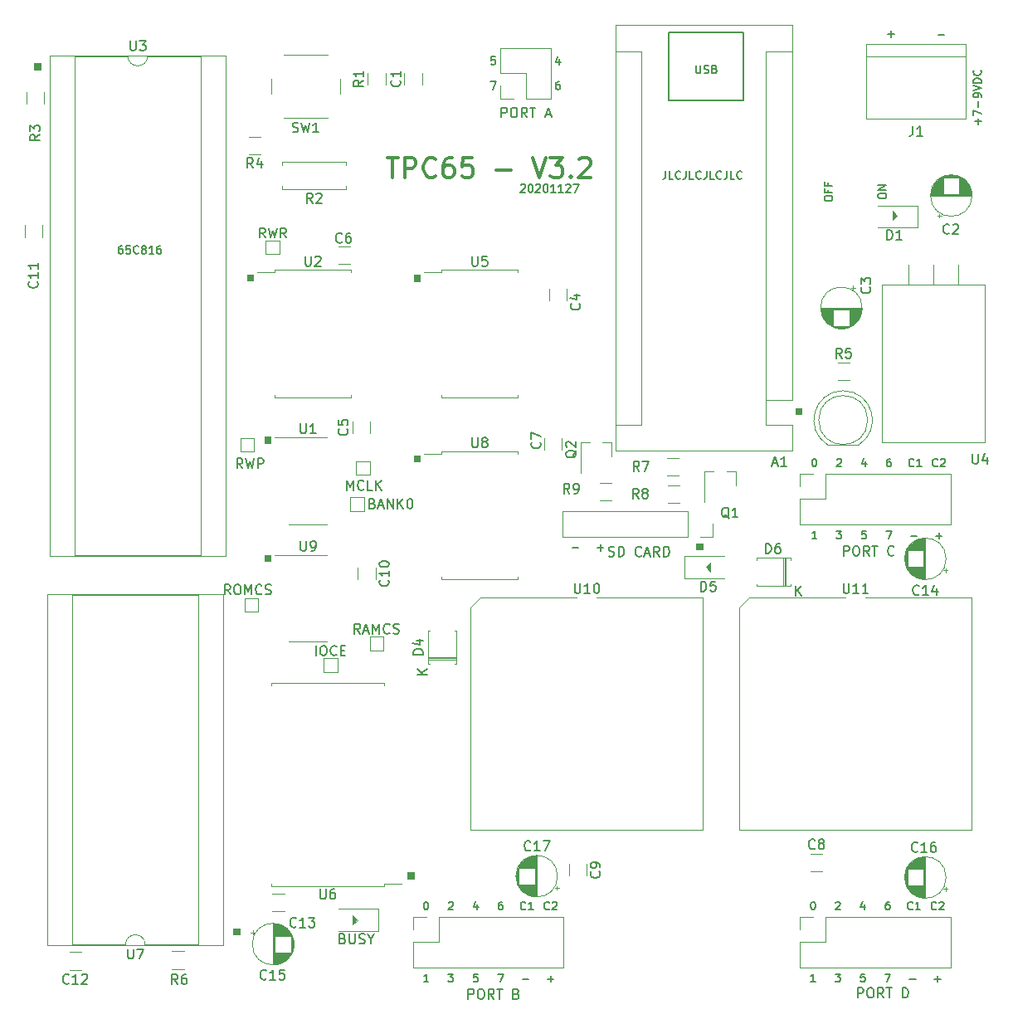
<source format=gbr>
G04 #@! TF.GenerationSoftware,KiCad,Pcbnew,5.1.5+dfsg1-2build2*
G04 #@! TF.CreationDate,2020-11-27T21:41:43-05:00*
G04 #@! TF.ProjectId,tpc65816,74706336-3538-4313-962e-6b696361645f,3.1*
G04 #@! TF.SameCoordinates,Original*
G04 #@! TF.FileFunction,Legend,Top*
G04 #@! TF.FilePolarity,Positive*
%FSLAX46Y46*%
G04 Gerber Fmt 4.6, Leading zero omitted, Abs format (unit mm)*
G04 Created by KiCad (PCBNEW 5.1.5+dfsg1-2build2) date 2020-11-27 21:41:43*
%MOMM*%
%LPD*%
G04 APERTURE LIST*
%ADD10C,0.100000*%
%ADD11C,0.152400*%
%ADD12C,0.300000*%
%ADD13C,0.120000*%
%ADD14C,0.150000*%
G04 APERTURE END LIST*
D10*
G36*
X175025000Y-110302000D02*
G01*
X174580500Y-109794000D01*
X175025000Y-109349500D01*
X175025000Y-110302000D01*
G37*
X175025000Y-110302000D02*
X174580500Y-109794000D01*
X175025000Y-109349500D01*
X175025000Y-110302000D01*
G36*
X139020500Y-145862000D02*
G01*
X138576000Y-146306500D01*
X138576000Y-145354000D01*
X139020500Y-145862000D01*
G37*
X139020500Y-145862000D02*
X138576000Y-146306500D01*
X138576000Y-145354000D01*
X139020500Y-145862000D01*
G36*
X194075000Y-73980000D02*
G01*
X193630500Y-74424500D01*
X193630500Y-73472000D01*
X194075000Y-73980000D01*
G37*
X194075000Y-73980000D02*
X193630500Y-74424500D01*
X193630500Y-73472000D01*
X194075000Y-73980000D01*
D11*
X163539361Y-107820057D02*
X164158638Y-107820057D01*
X163849000Y-108129695D02*
X163849000Y-107510419D01*
X160999361Y-107820057D02*
X161618638Y-107820057D01*
X186695695Y-72277595D02*
X186695695Y-72122776D01*
X186734400Y-72045366D01*
X186811809Y-71967957D01*
X186966628Y-71929252D01*
X187237561Y-71929252D01*
X187392380Y-71967957D01*
X187469790Y-72045366D01*
X187508495Y-72122776D01*
X187508495Y-72277595D01*
X187469790Y-72355004D01*
X187392380Y-72432414D01*
X187237561Y-72471119D01*
X186966628Y-72471119D01*
X186811809Y-72432414D01*
X186734400Y-72355004D01*
X186695695Y-72277595D01*
X187082742Y-71309976D02*
X187082742Y-71580909D01*
X187508495Y-71580909D02*
X186695695Y-71580909D01*
X186695695Y-71193861D01*
X187082742Y-70613290D02*
X187082742Y-70884223D01*
X187508495Y-70884223D02*
X186695695Y-70884223D01*
X186695695Y-70497176D01*
X192182095Y-72006661D02*
X192182095Y-71851842D01*
X192220800Y-71774433D01*
X192298209Y-71697023D01*
X192453028Y-71658319D01*
X192723961Y-71658319D01*
X192878780Y-71697023D01*
X192956190Y-71774433D01*
X192994895Y-71851842D01*
X192994895Y-72006661D01*
X192956190Y-72084071D01*
X192878780Y-72161480D01*
X192723961Y-72200185D01*
X192453028Y-72200185D01*
X192298209Y-72161480D01*
X192220800Y-72084071D01*
X192182095Y-72006661D01*
X192994895Y-71309976D02*
X192182095Y-71309976D01*
X192994895Y-70845519D01*
X192182095Y-70845519D01*
D10*
G36*
X174263000Y-108016000D02*
G01*
X173628000Y-108016000D01*
X173628000Y-107381000D01*
X174263000Y-107381000D01*
X174263000Y-108016000D01*
G37*
X174263000Y-108016000D02*
X173628000Y-108016000D01*
X173628000Y-107381000D01*
X174263000Y-107381000D01*
X174263000Y-108016000D01*
G36*
X184359500Y-94236500D02*
G01*
X183724500Y-94236500D01*
X183724500Y-93601500D01*
X184359500Y-93601500D01*
X184359500Y-94236500D01*
G37*
X184359500Y-94236500D02*
X183724500Y-94236500D01*
X183724500Y-93601500D01*
X184359500Y-93601500D01*
X184359500Y-94236500D01*
G36*
X128416000Y-80584000D02*
G01*
X127781000Y-80584000D01*
X127781000Y-79949000D01*
X128416000Y-79949000D01*
X128416000Y-80584000D01*
G37*
X128416000Y-80584000D02*
X127781000Y-80584000D01*
X127781000Y-79949000D01*
X128416000Y-79949000D01*
X128416000Y-80584000D01*
G36*
X145415000Y-80645000D02*
G01*
X144780000Y-80645000D01*
X144780000Y-80010000D01*
X145415000Y-80010000D01*
X145415000Y-80645000D01*
G37*
X145415000Y-80645000D02*
X144780000Y-80645000D01*
X144780000Y-80010000D01*
X145415000Y-80010000D01*
X145415000Y-80645000D01*
G36*
X145415000Y-99060000D02*
G01*
X144780000Y-99060000D01*
X144780000Y-98425000D01*
X145415000Y-98425000D01*
X145415000Y-99060000D01*
G37*
X145415000Y-99060000D02*
X144780000Y-99060000D01*
X144780000Y-98425000D01*
X145415000Y-98425000D01*
X145415000Y-99060000D01*
G36*
X130175000Y-97155000D02*
G01*
X129540000Y-97155000D01*
X129540000Y-96520000D01*
X130175000Y-96520000D01*
X130175000Y-97155000D01*
G37*
X130175000Y-97155000D02*
X129540000Y-97155000D01*
X129540000Y-96520000D01*
X130175000Y-96520000D01*
X130175000Y-97155000D01*
G36*
X130175000Y-109220000D02*
G01*
X129540000Y-109220000D01*
X129540000Y-108585000D01*
X130175000Y-108585000D01*
X130175000Y-109220000D01*
G37*
X130175000Y-109220000D02*
X129540000Y-109220000D01*
X129540000Y-108585000D01*
X130175000Y-108585000D01*
X130175000Y-109220000D01*
G36*
X144780000Y-141605000D02*
G01*
X144145000Y-141605000D01*
X144145000Y-140970000D01*
X144780000Y-140970000D01*
X144780000Y-141605000D01*
G37*
X144780000Y-141605000D02*
X144145000Y-141605000D01*
X144145000Y-140970000D01*
X144780000Y-140970000D01*
X144780000Y-141605000D01*
G36*
X127000000Y-147320000D02*
G01*
X126365000Y-147320000D01*
X126365000Y-146685000D01*
X127000000Y-146685000D01*
X127000000Y-147320000D01*
G37*
X127000000Y-147320000D02*
X126365000Y-147320000D01*
X126365000Y-146685000D01*
X127000000Y-146685000D01*
X127000000Y-147320000D01*
G36*
X106680000Y-59055000D02*
G01*
X106045000Y-59055000D01*
X106045000Y-58420000D01*
X106680000Y-58420000D01*
X106680000Y-59055000D01*
G37*
X106680000Y-59055000D02*
X106045000Y-59055000D01*
X106045000Y-58420000D01*
X106680000Y-58420000D01*
X106680000Y-59055000D01*
D11*
X173599323Y-58609895D02*
X173599323Y-59267876D01*
X173638028Y-59345285D01*
X173676733Y-59383990D01*
X173754142Y-59422695D01*
X173908961Y-59422695D01*
X173986371Y-59383990D01*
X174025076Y-59345285D01*
X174063780Y-59267876D01*
X174063780Y-58609895D01*
X174412123Y-59383990D02*
X174528238Y-59422695D01*
X174721761Y-59422695D01*
X174799171Y-59383990D01*
X174837876Y-59345285D01*
X174876580Y-59267876D01*
X174876580Y-59190466D01*
X174837876Y-59113057D01*
X174799171Y-59074352D01*
X174721761Y-59035647D01*
X174566942Y-58996942D01*
X174489533Y-58958238D01*
X174450828Y-58919533D01*
X174412123Y-58842123D01*
X174412123Y-58764714D01*
X174450828Y-58687304D01*
X174489533Y-58648600D01*
X174566942Y-58609895D01*
X174760466Y-58609895D01*
X174876580Y-58648600D01*
X175495857Y-58996942D02*
X175611971Y-59035647D01*
X175650676Y-59074352D01*
X175689380Y-59151761D01*
X175689380Y-59267876D01*
X175650676Y-59345285D01*
X175611971Y-59383990D01*
X175534561Y-59422695D01*
X175224923Y-59422695D01*
X175224923Y-58609895D01*
X175495857Y-58609895D01*
X175573266Y-58648600D01*
X175611971Y-58687304D01*
X175650676Y-58764714D01*
X175650676Y-58842123D01*
X175611971Y-58919533D01*
X175573266Y-58958238D01*
X175495857Y-58996942D01*
X175224923Y-58996942D01*
X178435000Y-62230000D02*
X170815000Y-62230000D01*
X178435000Y-55245000D02*
X178435000Y-62230000D01*
X170815000Y-55245000D02*
X178435000Y-55245000D01*
X170815000Y-62230000D02*
X170815000Y-55245000D01*
X155700438Y-70818304D02*
X155739142Y-70779600D01*
X155816552Y-70740895D01*
X156010076Y-70740895D01*
X156087485Y-70779600D01*
X156126190Y-70818304D01*
X156164895Y-70895714D01*
X156164895Y-70973123D01*
X156126190Y-71089238D01*
X155661733Y-71553695D01*
X156164895Y-71553695D01*
X156668057Y-70740895D02*
X156745466Y-70740895D01*
X156822876Y-70779600D01*
X156861580Y-70818304D01*
X156900285Y-70895714D01*
X156938990Y-71050533D01*
X156938990Y-71244057D01*
X156900285Y-71398876D01*
X156861580Y-71476285D01*
X156822876Y-71514990D01*
X156745466Y-71553695D01*
X156668057Y-71553695D01*
X156590647Y-71514990D01*
X156551942Y-71476285D01*
X156513238Y-71398876D01*
X156474533Y-71244057D01*
X156474533Y-71050533D01*
X156513238Y-70895714D01*
X156551942Y-70818304D01*
X156590647Y-70779600D01*
X156668057Y-70740895D01*
X157248628Y-70818304D02*
X157287333Y-70779600D01*
X157364742Y-70740895D01*
X157558266Y-70740895D01*
X157635676Y-70779600D01*
X157674380Y-70818304D01*
X157713085Y-70895714D01*
X157713085Y-70973123D01*
X157674380Y-71089238D01*
X157209923Y-71553695D01*
X157713085Y-71553695D01*
X158216247Y-70740895D02*
X158293657Y-70740895D01*
X158371066Y-70779600D01*
X158409771Y-70818304D01*
X158448476Y-70895714D01*
X158487180Y-71050533D01*
X158487180Y-71244057D01*
X158448476Y-71398876D01*
X158409771Y-71476285D01*
X158371066Y-71514990D01*
X158293657Y-71553695D01*
X158216247Y-71553695D01*
X158138838Y-71514990D01*
X158100133Y-71476285D01*
X158061428Y-71398876D01*
X158022723Y-71244057D01*
X158022723Y-71050533D01*
X158061428Y-70895714D01*
X158100133Y-70818304D01*
X158138838Y-70779600D01*
X158216247Y-70740895D01*
X159261276Y-71553695D02*
X158796819Y-71553695D01*
X159029047Y-71553695D02*
X159029047Y-70740895D01*
X158951638Y-70857009D01*
X158874228Y-70934419D01*
X158796819Y-70973123D01*
X160035371Y-71553695D02*
X159570914Y-71553695D01*
X159803142Y-71553695D02*
X159803142Y-70740895D01*
X159725733Y-70857009D01*
X159648323Y-70934419D01*
X159570914Y-70973123D01*
X160345009Y-70818304D02*
X160383714Y-70779600D01*
X160461123Y-70740895D01*
X160654647Y-70740895D01*
X160732057Y-70779600D01*
X160770761Y-70818304D01*
X160809466Y-70895714D01*
X160809466Y-70973123D01*
X160770761Y-71089238D01*
X160306304Y-71553695D01*
X160809466Y-71553695D01*
X161080400Y-70740895D02*
X161622266Y-70740895D01*
X161273923Y-71553695D01*
X115040228Y-77024895D02*
X114885409Y-77024895D01*
X114808000Y-77063600D01*
X114769295Y-77102304D01*
X114691885Y-77218419D01*
X114653180Y-77373238D01*
X114653180Y-77682876D01*
X114691885Y-77760285D01*
X114730590Y-77798990D01*
X114808000Y-77837695D01*
X114962819Y-77837695D01*
X115040228Y-77798990D01*
X115078933Y-77760285D01*
X115117638Y-77682876D01*
X115117638Y-77489352D01*
X115078933Y-77411942D01*
X115040228Y-77373238D01*
X114962819Y-77334533D01*
X114808000Y-77334533D01*
X114730590Y-77373238D01*
X114691885Y-77411942D01*
X114653180Y-77489352D01*
X115853028Y-77024895D02*
X115465980Y-77024895D01*
X115427276Y-77411942D01*
X115465980Y-77373238D01*
X115543390Y-77334533D01*
X115736914Y-77334533D01*
X115814323Y-77373238D01*
X115853028Y-77411942D01*
X115891733Y-77489352D01*
X115891733Y-77682876D01*
X115853028Y-77760285D01*
X115814323Y-77798990D01*
X115736914Y-77837695D01*
X115543390Y-77837695D01*
X115465980Y-77798990D01*
X115427276Y-77760285D01*
X116704533Y-77760285D02*
X116665828Y-77798990D01*
X116549714Y-77837695D01*
X116472304Y-77837695D01*
X116356190Y-77798990D01*
X116278780Y-77721580D01*
X116240076Y-77644171D01*
X116201371Y-77489352D01*
X116201371Y-77373238D01*
X116240076Y-77218419D01*
X116278780Y-77141009D01*
X116356190Y-77063600D01*
X116472304Y-77024895D01*
X116549714Y-77024895D01*
X116665828Y-77063600D01*
X116704533Y-77102304D01*
X117168990Y-77373238D02*
X117091580Y-77334533D01*
X117052876Y-77295828D01*
X117014171Y-77218419D01*
X117014171Y-77179714D01*
X117052876Y-77102304D01*
X117091580Y-77063600D01*
X117168990Y-77024895D01*
X117323809Y-77024895D01*
X117401219Y-77063600D01*
X117439923Y-77102304D01*
X117478628Y-77179714D01*
X117478628Y-77218419D01*
X117439923Y-77295828D01*
X117401219Y-77334533D01*
X117323809Y-77373238D01*
X117168990Y-77373238D01*
X117091580Y-77411942D01*
X117052876Y-77450647D01*
X117014171Y-77528057D01*
X117014171Y-77682876D01*
X117052876Y-77760285D01*
X117091580Y-77798990D01*
X117168990Y-77837695D01*
X117323809Y-77837695D01*
X117401219Y-77798990D01*
X117439923Y-77760285D01*
X117478628Y-77682876D01*
X117478628Y-77528057D01*
X117439923Y-77450647D01*
X117401219Y-77411942D01*
X117323809Y-77373238D01*
X118252723Y-77837695D02*
X117788266Y-77837695D01*
X118020495Y-77837695D02*
X118020495Y-77024895D01*
X117943085Y-77141009D01*
X117865676Y-77218419D01*
X117788266Y-77257123D01*
X118949409Y-77024895D02*
X118794590Y-77024895D01*
X118717180Y-77063600D01*
X118678476Y-77102304D01*
X118601066Y-77218419D01*
X118562361Y-77373238D01*
X118562361Y-77682876D01*
X118601066Y-77760285D01*
X118639771Y-77798990D01*
X118717180Y-77837695D01*
X118872000Y-77837695D01*
X118949409Y-77798990D01*
X118988114Y-77760285D01*
X119026819Y-77682876D01*
X119026819Y-77489352D01*
X118988114Y-77411942D01*
X118949409Y-77373238D01*
X118872000Y-77334533D01*
X118717180Y-77334533D01*
X118639771Y-77373238D01*
X118601066Y-77411942D01*
X118562361Y-77489352D01*
X198337361Y-55496057D02*
X198956638Y-55496057D01*
X193193861Y-55432557D02*
X193813138Y-55432557D01*
X193503500Y-55742195D02*
X193503500Y-55122919D01*
X202388057Y-64647838D02*
X202388057Y-64028561D01*
X202697695Y-64338200D02*
X202078419Y-64338200D01*
X201884895Y-63718923D02*
X201884895Y-63177057D01*
X202697695Y-63525400D01*
X202388057Y-62867419D02*
X202388057Y-62248142D01*
X202697695Y-61822390D02*
X202697695Y-61667571D01*
X202658990Y-61590161D01*
X202620285Y-61551457D01*
X202504171Y-61474047D01*
X202349352Y-61435342D01*
X202039714Y-61435342D01*
X201962304Y-61474047D01*
X201923600Y-61512752D01*
X201884895Y-61590161D01*
X201884895Y-61744980D01*
X201923600Y-61822390D01*
X201962304Y-61861095D01*
X202039714Y-61899800D01*
X202233238Y-61899800D01*
X202310647Y-61861095D01*
X202349352Y-61822390D01*
X202388057Y-61744980D01*
X202388057Y-61590161D01*
X202349352Y-61512752D01*
X202310647Y-61474047D01*
X202233238Y-61435342D01*
X201884895Y-61203114D02*
X202697695Y-60932180D01*
X201884895Y-60661247D01*
X202697695Y-60390314D02*
X201884895Y-60390314D01*
X201884895Y-60196790D01*
X201923600Y-60080676D01*
X202001009Y-60003266D01*
X202078419Y-59964561D01*
X202233238Y-59925857D01*
X202349352Y-59925857D01*
X202504171Y-59964561D01*
X202581580Y-60003266D01*
X202658990Y-60080676D01*
X202697695Y-60196790D01*
X202697695Y-60390314D01*
X202620285Y-59113057D02*
X202658990Y-59151761D01*
X202697695Y-59267876D01*
X202697695Y-59345285D01*
X202658990Y-59461400D01*
X202581580Y-59538809D01*
X202504171Y-59577514D01*
X202349352Y-59616219D01*
X202233238Y-59616219D01*
X202078419Y-59577514D01*
X202001009Y-59538809D01*
X201923600Y-59461400D01*
X201884895Y-59345285D01*
X201884895Y-59267876D01*
X201923600Y-59151761D01*
X201962304Y-59113057D01*
X159666819Y-60260895D02*
X159512000Y-60260895D01*
X159434590Y-60299600D01*
X159395885Y-60338304D01*
X159318476Y-60454419D01*
X159279771Y-60609238D01*
X159279771Y-60918876D01*
X159318476Y-60996285D01*
X159357180Y-61034990D01*
X159434590Y-61073695D01*
X159589409Y-61073695D01*
X159666819Y-61034990D01*
X159705523Y-60996285D01*
X159744228Y-60918876D01*
X159744228Y-60725352D01*
X159705523Y-60647942D01*
X159666819Y-60609238D01*
X159589409Y-60570533D01*
X159434590Y-60570533D01*
X159357180Y-60609238D01*
X159318476Y-60647942D01*
X159279771Y-60725352D01*
X159666819Y-57991828D02*
X159666819Y-58533695D01*
X159473295Y-57682190D02*
X159279771Y-58262761D01*
X159782933Y-58262761D01*
X152637066Y-60260895D02*
X153178933Y-60260895D01*
X152830590Y-61073695D01*
X153101523Y-57720895D02*
X152714476Y-57720895D01*
X152675771Y-58107942D01*
X152714476Y-58069238D01*
X152791885Y-58030533D01*
X152985409Y-58030533D01*
X153062819Y-58069238D01*
X153101523Y-58107942D01*
X153140228Y-58185352D01*
X153140228Y-58378876D01*
X153101523Y-58456285D01*
X153062819Y-58494990D01*
X152985409Y-58533695D01*
X152791885Y-58533695D01*
X152714476Y-58494990D01*
X152675771Y-58456285D01*
X146011295Y-143953895D02*
X146088704Y-143953895D01*
X146166114Y-143992600D01*
X146204819Y-144031304D01*
X146243523Y-144108714D01*
X146282228Y-144263533D01*
X146282228Y-144457057D01*
X146243523Y-144611876D01*
X146204819Y-144689285D01*
X146166114Y-144727990D01*
X146088704Y-144766695D01*
X146011295Y-144766695D01*
X145933885Y-144727990D01*
X145895180Y-144689285D01*
X145856476Y-144611876D01*
X145817771Y-144457057D01*
X145817771Y-144263533D01*
X145856476Y-144108714D01*
X145895180Y-144031304D01*
X145933885Y-143992600D01*
X146011295Y-143953895D01*
X151323523Y-151319895D02*
X150936476Y-151319895D01*
X150897771Y-151706942D01*
X150936476Y-151668238D01*
X151013885Y-151629533D01*
X151207409Y-151629533D01*
X151284819Y-151668238D01*
X151323523Y-151706942D01*
X151362228Y-151784352D01*
X151362228Y-151977876D01*
X151323523Y-152055285D01*
X151284819Y-152093990D01*
X151207409Y-152132695D01*
X151013885Y-152132695D01*
X150936476Y-152093990D01*
X150897771Y-152055285D01*
X156201533Y-144689285D02*
X156162828Y-144727990D01*
X156046714Y-144766695D01*
X155969304Y-144766695D01*
X155853190Y-144727990D01*
X155775780Y-144650580D01*
X155737076Y-144573171D01*
X155698371Y-144418352D01*
X155698371Y-144302238D01*
X155737076Y-144147419D01*
X155775780Y-144070009D01*
X155853190Y-143992600D01*
X155969304Y-143953895D01*
X156046714Y-143953895D01*
X156162828Y-143992600D01*
X156201533Y-144031304D01*
X156975628Y-144766695D02*
X156511171Y-144766695D01*
X156743400Y-144766695D02*
X156743400Y-143953895D01*
X156665990Y-144070009D01*
X156588580Y-144147419D01*
X156511171Y-144186123D01*
X148357771Y-144031304D02*
X148396476Y-143992600D01*
X148473885Y-143953895D01*
X148667409Y-143953895D01*
X148744819Y-143992600D01*
X148783523Y-144031304D01*
X148822228Y-144108714D01*
X148822228Y-144186123D01*
X148783523Y-144302238D01*
X148319066Y-144766695D01*
X148822228Y-144766695D01*
X146282228Y-152132695D02*
X145817771Y-152132695D01*
X146050000Y-152132695D02*
X146050000Y-151319895D01*
X145972590Y-151436009D01*
X145895180Y-151513419D01*
X145817771Y-151552123D01*
X151284819Y-144224828D02*
X151284819Y-144766695D01*
X151091295Y-143915190D02*
X150897771Y-144495761D01*
X151400933Y-144495761D01*
X158440361Y-151823057D02*
X159059638Y-151823057D01*
X158750000Y-152132695D02*
X158750000Y-151513419D01*
X153824819Y-143953895D02*
X153670000Y-143953895D01*
X153592590Y-143992600D01*
X153553885Y-144031304D01*
X153476476Y-144147419D01*
X153437771Y-144302238D01*
X153437771Y-144611876D01*
X153476476Y-144689285D01*
X153515180Y-144727990D01*
X153592590Y-144766695D01*
X153747409Y-144766695D01*
X153824819Y-144727990D01*
X153863523Y-144689285D01*
X153902228Y-144611876D01*
X153902228Y-144418352D01*
X153863523Y-144340942D01*
X153824819Y-144302238D01*
X153747409Y-144263533D01*
X153592590Y-144263533D01*
X153515180Y-144302238D01*
X153476476Y-144340942D01*
X153437771Y-144418352D01*
X155900361Y-151823057D02*
X156519638Y-151823057D01*
X158614533Y-144689285D02*
X158575828Y-144727990D01*
X158459714Y-144766695D01*
X158382304Y-144766695D01*
X158266190Y-144727990D01*
X158188780Y-144650580D01*
X158150076Y-144573171D01*
X158111371Y-144418352D01*
X158111371Y-144302238D01*
X158150076Y-144147419D01*
X158188780Y-144070009D01*
X158266190Y-143992600D01*
X158382304Y-143953895D01*
X158459714Y-143953895D01*
X158575828Y-143992600D01*
X158614533Y-144031304D01*
X158924171Y-144031304D02*
X158962876Y-143992600D01*
X159040285Y-143953895D01*
X159233809Y-143953895D01*
X159311219Y-143992600D01*
X159349923Y-144031304D01*
X159388628Y-144108714D01*
X159388628Y-144186123D01*
X159349923Y-144302238D01*
X158885466Y-144766695D01*
X159388628Y-144766695D01*
X153399066Y-151319895D02*
X153940933Y-151319895D01*
X153592590Y-152132695D01*
X148319066Y-151319895D02*
X148822228Y-151319895D01*
X148551295Y-151629533D01*
X148667409Y-151629533D01*
X148744819Y-151668238D01*
X148783523Y-151706942D01*
X148822228Y-151784352D01*
X148822228Y-151977876D01*
X148783523Y-152055285D01*
X148744819Y-152093990D01*
X148667409Y-152132695D01*
X148435180Y-152132695D01*
X148357771Y-152093990D01*
X148319066Y-152055285D01*
X185508295Y-143953895D02*
X185585704Y-143953895D01*
X185663114Y-143992600D01*
X185701819Y-144031304D01*
X185740523Y-144108714D01*
X185779228Y-144263533D01*
X185779228Y-144457057D01*
X185740523Y-144611876D01*
X185701819Y-144689285D01*
X185663114Y-144727990D01*
X185585704Y-144766695D01*
X185508295Y-144766695D01*
X185430885Y-144727990D01*
X185392180Y-144689285D01*
X185353476Y-144611876D01*
X185314771Y-144457057D01*
X185314771Y-144263533D01*
X185353476Y-144108714D01*
X185392180Y-144031304D01*
X185430885Y-143992600D01*
X185508295Y-143953895D01*
X190820523Y-151319895D02*
X190433476Y-151319895D01*
X190394771Y-151706942D01*
X190433476Y-151668238D01*
X190510885Y-151629533D01*
X190704409Y-151629533D01*
X190781819Y-151668238D01*
X190820523Y-151706942D01*
X190859228Y-151784352D01*
X190859228Y-151977876D01*
X190820523Y-152055285D01*
X190781819Y-152093990D01*
X190704409Y-152132695D01*
X190510885Y-152132695D01*
X190433476Y-152093990D01*
X190394771Y-152055285D01*
X195698533Y-144689285D02*
X195659828Y-144727990D01*
X195543714Y-144766695D01*
X195466304Y-144766695D01*
X195350190Y-144727990D01*
X195272780Y-144650580D01*
X195234076Y-144573171D01*
X195195371Y-144418352D01*
X195195371Y-144302238D01*
X195234076Y-144147419D01*
X195272780Y-144070009D01*
X195350190Y-143992600D01*
X195466304Y-143953895D01*
X195543714Y-143953895D01*
X195659828Y-143992600D01*
X195698533Y-144031304D01*
X196472628Y-144766695D02*
X196008171Y-144766695D01*
X196240400Y-144766695D02*
X196240400Y-143953895D01*
X196162990Y-144070009D01*
X196085580Y-144147419D01*
X196008171Y-144186123D01*
X187854771Y-144031304D02*
X187893476Y-143992600D01*
X187970885Y-143953895D01*
X188164409Y-143953895D01*
X188241819Y-143992600D01*
X188280523Y-144031304D01*
X188319228Y-144108714D01*
X188319228Y-144186123D01*
X188280523Y-144302238D01*
X187816066Y-144766695D01*
X188319228Y-144766695D01*
X185779228Y-152132695D02*
X185314771Y-152132695D01*
X185547000Y-152132695D02*
X185547000Y-151319895D01*
X185469590Y-151436009D01*
X185392180Y-151513419D01*
X185314771Y-151552123D01*
X190781819Y-144224828D02*
X190781819Y-144766695D01*
X190588295Y-143915190D02*
X190394771Y-144495761D01*
X190897933Y-144495761D01*
X197937361Y-151823057D02*
X198556638Y-151823057D01*
X198247000Y-152132695D02*
X198247000Y-151513419D01*
X193321819Y-143953895D02*
X193167000Y-143953895D01*
X193089590Y-143992600D01*
X193050885Y-144031304D01*
X192973476Y-144147419D01*
X192934771Y-144302238D01*
X192934771Y-144611876D01*
X192973476Y-144689285D01*
X193012180Y-144727990D01*
X193089590Y-144766695D01*
X193244409Y-144766695D01*
X193321819Y-144727990D01*
X193360523Y-144689285D01*
X193399228Y-144611876D01*
X193399228Y-144418352D01*
X193360523Y-144340942D01*
X193321819Y-144302238D01*
X193244409Y-144263533D01*
X193089590Y-144263533D01*
X193012180Y-144302238D01*
X192973476Y-144340942D01*
X192934771Y-144418352D01*
X195397361Y-151823057D02*
X196016638Y-151823057D01*
X198111533Y-144689285D02*
X198072828Y-144727990D01*
X197956714Y-144766695D01*
X197879304Y-144766695D01*
X197763190Y-144727990D01*
X197685780Y-144650580D01*
X197647076Y-144573171D01*
X197608371Y-144418352D01*
X197608371Y-144302238D01*
X197647076Y-144147419D01*
X197685780Y-144070009D01*
X197763190Y-143992600D01*
X197879304Y-143953895D01*
X197956714Y-143953895D01*
X198072828Y-143992600D01*
X198111533Y-144031304D01*
X198421171Y-144031304D02*
X198459876Y-143992600D01*
X198537285Y-143953895D01*
X198730809Y-143953895D01*
X198808219Y-143992600D01*
X198846923Y-144031304D01*
X198885628Y-144108714D01*
X198885628Y-144186123D01*
X198846923Y-144302238D01*
X198382466Y-144766695D01*
X198885628Y-144766695D01*
X192896066Y-151319895D02*
X193437933Y-151319895D01*
X193089590Y-152132695D01*
X187816066Y-151319895D02*
X188319228Y-151319895D01*
X188048295Y-151629533D01*
X188164409Y-151629533D01*
X188241819Y-151668238D01*
X188280523Y-151706942D01*
X188319228Y-151784352D01*
X188319228Y-151977876D01*
X188280523Y-152055285D01*
X188241819Y-152093990D01*
X188164409Y-152132695D01*
X187932180Y-152132695D01*
X187854771Y-152093990D01*
X187816066Y-152055285D01*
X198238533Y-99477285D02*
X198199828Y-99515990D01*
X198083714Y-99554695D01*
X198006304Y-99554695D01*
X197890190Y-99515990D01*
X197812780Y-99438580D01*
X197774076Y-99361171D01*
X197735371Y-99206352D01*
X197735371Y-99090238D01*
X197774076Y-98935419D01*
X197812780Y-98858009D01*
X197890190Y-98780600D01*
X198006304Y-98741895D01*
X198083714Y-98741895D01*
X198199828Y-98780600D01*
X198238533Y-98819304D01*
X198548171Y-98819304D02*
X198586876Y-98780600D01*
X198664285Y-98741895D01*
X198857809Y-98741895D01*
X198935219Y-98780600D01*
X198973923Y-98819304D01*
X199012628Y-98896714D01*
X199012628Y-98974123D01*
X198973923Y-99090238D01*
X198509466Y-99554695D01*
X199012628Y-99554695D01*
X195825533Y-99477285D02*
X195786828Y-99515990D01*
X195670714Y-99554695D01*
X195593304Y-99554695D01*
X195477190Y-99515990D01*
X195399780Y-99438580D01*
X195361076Y-99361171D01*
X195322371Y-99206352D01*
X195322371Y-99090238D01*
X195361076Y-98935419D01*
X195399780Y-98858009D01*
X195477190Y-98780600D01*
X195593304Y-98741895D01*
X195670714Y-98741895D01*
X195786828Y-98780600D01*
X195825533Y-98819304D01*
X196599628Y-99554695D02*
X196135171Y-99554695D01*
X196367400Y-99554695D02*
X196367400Y-98741895D01*
X196289990Y-98858009D01*
X196212580Y-98935419D01*
X196135171Y-98974123D01*
X193448819Y-98741895D02*
X193294000Y-98741895D01*
X193216590Y-98780600D01*
X193177885Y-98819304D01*
X193100476Y-98935419D01*
X193061771Y-99090238D01*
X193061771Y-99399876D01*
X193100476Y-99477285D01*
X193139180Y-99515990D01*
X193216590Y-99554695D01*
X193371409Y-99554695D01*
X193448819Y-99515990D01*
X193487523Y-99477285D01*
X193526228Y-99399876D01*
X193526228Y-99206352D01*
X193487523Y-99128942D01*
X193448819Y-99090238D01*
X193371409Y-99051533D01*
X193216590Y-99051533D01*
X193139180Y-99090238D01*
X193100476Y-99128942D01*
X193061771Y-99206352D01*
X190908819Y-99012828D02*
X190908819Y-99554695D01*
X190715295Y-98703190D02*
X190521771Y-99283761D01*
X191024933Y-99283761D01*
X187981771Y-98819304D02*
X188020476Y-98780600D01*
X188097885Y-98741895D01*
X188291409Y-98741895D01*
X188368819Y-98780600D01*
X188407523Y-98819304D01*
X188446228Y-98896714D01*
X188446228Y-98974123D01*
X188407523Y-99090238D01*
X187943066Y-99554695D01*
X188446228Y-99554695D01*
X185635295Y-98741895D02*
X185712704Y-98741895D01*
X185790114Y-98780600D01*
X185828819Y-98819304D01*
X185867523Y-98896714D01*
X185906228Y-99051533D01*
X185906228Y-99245057D01*
X185867523Y-99399876D01*
X185828819Y-99477285D01*
X185790114Y-99515990D01*
X185712704Y-99554695D01*
X185635295Y-99554695D01*
X185557885Y-99515990D01*
X185519180Y-99477285D01*
X185480476Y-99399876D01*
X185441771Y-99245057D01*
X185441771Y-99051533D01*
X185480476Y-98896714D01*
X185519180Y-98819304D01*
X185557885Y-98780600D01*
X185635295Y-98741895D01*
X185906228Y-106920695D02*
X185441771Y-106920695D01*
X185674000Y-106920695D02*
X185674000Y-106107895D01*
X185596590Y-106224009D01*
X185519180Y-106301419D01*
X185441771Y-106340123D01*
X187943066Y-106107895D02*
X188446228Y-106107895D01*
X188175295Y-106417533D01*
X188291409Y-106417533D01*
X188368819Y-106456238D01*
X188407523Y-106494942D01*
X188446228Y-106572352D01*
X188446228Y-106765876D01*
X188407523Y-106843285D01*
X188368819Y-106881990D01*
X188291409Y-106920695D01*
X188059180Y-106920695D01*
X187981771Y-106881990D01*
X187943066Y-106843285D01*
X190947523Y-106107895D02*
X190560476Y-106107895D01*
X190521771Y-106494942D01*
X190560476Y-106456238D01*
X190637885Y-106417533D01*
X190831409Y-106417533D01*
X190908819Y-106456238D01*
X190947523Y-106494942D01*
X190986228Y-106572352D01*
X190986228Y-106765876D01*
X190947523Y-106843285D01*
X190908819Y-106881990D01*
X190831409Y-106920695D01*
X190637885Y-106920695D01*
X190560476Y-106881990D01*
X190521771Y-106843285D01*
X193023066Y-106107895D02*
X193564933Y-106107895D01*
X193216590Y-106920695D01*
X195524361Y-106611057D02*
X196143638Y-106611057D01*
X198064361Y-106611057D02*
X198683638Y-106611057D01*
X198374000Y-106920695D02*
X198374000Y-106301419D01*
X170489638Y-69404895D02*
X170489638Y-69985466D01*
X170450933Y-70101580D01*
X170373523Y-70178990D01*
X170257409Y-70217695D01*
X170180000Y-70217695D01*
X171263733Y-70217695D02*
X170876685Y-70217695D01*
X170876685Y-69404895D01*
X171999123Y-70140285D02*
X171960419Y-70178990D01*
X171844304Y-70217695D01*
X171766895Y-70217695D01*
X171650780Y-70178990D01*
X171573371Y-70101580D01*
X171534666Y-70024171D01*
X171495961Y-69869352D01*
X171495961Y-69753238D01*
X171534666Y-69598419D01*
X171573371Y-69521009D01*
X171650780Y-69443600D01*
X171766895Y-69404895D01*
X171844304Y-69404895D01*
X171960419Y-69443600D01*
X171999123Y-69482304D01*
X172579695Y-69404895D02*
X172579695Y-69985466D01*
X172540990Y-70101580D01*
X172463580Y-70178990D01*
X172347466Y-70217695D01*
X172270057Y-70217695D01*
X173353790Y-70217695D02*
X172966742Y-70217695D01*
X172966742Y-69404895D01*
X174089180Y-70140285D02*
X174050476Y-70178990D01*
X173934361Y-70217695D01*
X173856952Y-70217695D01*
X173740838Y-70178990D01*
X173663428Y-70101580D01*
X173624723Y-70024171D01*
X173586019Y-69869352D01*
X173586019Y-69753238D01*
X173624723Y-69598419D01*
X173663428Y-69521009D01*
X173740838Y-69443600D01*
X173856952Y-69404895D01*
X173934361Y-69404895D01*
X174050476Y-69443600D01*
X174089180Y-69482304D01*
X174669752Y-69404895D02*
X174669752Y-69985466D01*
X174631047Y-70101580D01*
X174553638Y-70178990D01*
X174437523Y-70217695D01*
X174360114Y-70217695D01*
X175443847Y-70217695D02*
X175056800Y-70217695D01*
X175056800Y-69404895D01*
X176179238Y-70140285D02*
X176140533Y-70178990D01*
X176024419Y-70217695D01*
X175947009Y-70217695D01*
X175830895Y-70178990D01*
X175753485Y-70101580D01*
X175714780Y-70024171D01*
X175676076Y-69869352D01*
X175676076Y-69753238D01*
X175714780Y-69598419D01*
X175753485Y-69521009D01*
X175830895Y-69443600D01*
X175947009Y-69404895D01*
X176024419Y-69404895D01*
X176140533Y-69443600D01*
X176179238Y-69482304D01*
X176759809Y-69404895D02*
X176759809Y-69985466D01*
X176721104Y-70101580D01*
X176643695Y-70178990D01*
X176527580Y-70217695D01*
X176450171Y-70217695D01*
X177533904Y-70217695D02*
X177146857Y-70217695D01*
X177146857Y-69404895D01*
X178269295Y-70140285D02*
X178230590Y-70178990D01*
X178114476Y-70217695D01*
X178037066Y-70217695D01*
X177920952Y-70178990D01*
X177843542Y-70101580D01*
X177804838Y-70024171D01*
X177766133Y-69869352D01*
X177766133Y-69753238D01*
X177804838Y-69598419D01*
X177843542Y-69521009D01*
X177920952Y-69443600D01*
X178037066Y-69404895D01*
X178114476Y-69404895D01*
X178230590Y-69443600D01*
X178269295Y-69482304D01*
D12*
X142069809Y-68058761D02*
X143212666Y-68058761D01*
X142641238Y-70058761D02*
X142641238Y-68058761D01*
X143879333Y-70058761D02*
X143879333Y-68058761D01*
X144641238Y-68058761D01*
X144831714Y-68154000D01*
X144926952Y-68249238D01*
X145022190Y-68439714D01*
X145022190Y-68725428D01*
X144926952Y-68915904D01*
X144831714Y-69011142D01*
X144641238Y-69106380D01*
X143879333Y-69106380D01*
X147022190Y-69868285D02*
X146926952Y-69963523D01*
X146641238Y-70058761D01*
X146450761Y-70058761D01*
X146165047Y-69963523D01*
X145974571Y-69773047D01*
X145879333Y-69582571D01*
X145784095Y-69201619D01*
X145784095Y-68915904D01*
X145879333Y-68534952D01*
X145974571Y-68344476D01*
X146165047Y-68154000D01*
X146450761Y-68058761D01*
X146641238Y-68058761D01*
X146926952Y-68154000D01*
X147022190Y-68249238D01*
X148736476Y-68058761D02*
X148355523Y-68058761D01*
X148165047Y-68154000D01*
X148069809Y-68249238D01*
X147879333Y-68534952D01*
X147784095Y-68915904D01*
X147784095Y-69677809D01*
X147879333Y-69868285D01*
X147974571Y-69963523D01*
X148165047Y-70058761D01*
X148546000Y-70058761D01*
X148736476Y-69963523D01*
X148831714Y-69868285D01*
X148926952Y-69677809D01*
X148926952Y-69201619D01*
X148831714Y-69011142D01*
X148736476Y-68915904D01*
X148546000Y-68820666D01*
X148165047Y-68820666D01*
X147974571Y-68915904D01*
X147879333Y-69011142D01*
X147784095Y-69201619D01*
X150736476Y-68058761D02*
X149784095Y-68058761D01*
X149688857Y-69011142D01*
X149784095Y-68915904D01*
X149974571Y-68820666D01*
X150450761Y-68820666D01*
X150641238Y-68915904D01*
X150736476Y-69011142D01*
X150831714Y-69201619D01*
X150831714Y-69677809D01*
X150736476Y-69868285D01*
X150641238Y-69963523D01*
X150450761Y-70058761D01*
X149974571Y-70058761D01*
X149784095Y-69963523D01*
X149688857Y-69868285D01*
X153212666Y-69296857D02*
X154736476Y-69296857D01*
X156926952Y-68058761D02*
X157593619Y-70058761D01*
X158260285Y-68058761D01*
X158736476Y-68058761D02*
X159974571Y-68058761D01*
X159307904Y-68820666D01*
X159593619Y-68820666D01*
X159784095Y-68915904D01*
X159879333Y-69011142D01*
X159974571Y-69201619D01*
X159974571Y-69677809D01*
X159879333Y-69868285D01*
X159784095Y-69963523D01*
X159593619Y-70058761D01*
X159022190Y-70058761D01*
X158831714Y-69963523D01*
X158736476Y-69868285D01*
X160831714Y-69868285D02*
X160926952Y-69963523D01*
X160831714Y-70058761D01*
X160736476Y-69963523D01*
X160831714Y-69868285D01*
X160831714Y-70058761D01*
X161688857Y-68249238D02*
X161784095Y-68154000D01*
X161974571Y-68058761D01*
X162450761Y-68058761D01*
X162641238Y-68154000D01*
X162736476Y-68249238D01*
X162831714Y-68439714D01*
X162831714Y-68630190D01*
X162736476Y-68915904D01*
X161593619Y-70058761D01*
X162831714Y-70058761D01*
D13*
X135590000Y-120527000D02*
X135590000Y-119127000D01*
X136990000Y-120527000D02*
X135590000Y-120527000D01*
X136990000Y-119127000D02*
X136990000Y-120527000D01*
X135590000Y-119127000D02*
X136990000Y-119127000D01*
X140289000Y-118304500D02*
X140289000Y-116904500D01*
X141689000Y-118304500D02*
X140289000Y-118304500D01*
X141689000Y-116904500D02*
X141689000Y-118304500D01*
X140289000Y-116904500D02*
X141689000Y-116904500D01*
X127525500Y-114367500D02*
X127525500Y-112967500D01*
X128925500Y-114367500D02*
X127525500Y-114367500D01*
X128925500Y-112967500D02*
X128925500Y-114367500D01*
X127525500Y-112967500D02*
X128925500Y-112967500D01*
X138320500Y-104080500D02*
X138320500Y-102680500D01*
X139720500Y-104080500D02*
X138320500Y-104080500D01*
X139720500Y-102680500D02*
X139720500Y-104080500D01*
X138320500Y-102680500D02*
X139720500Y-102680500D01*
X190963500Y-57724000D02*
X201123500Y-57724000D01*
X190963500Y-56454000D02*
X190963500Y-64074000D01*
X190963500Y-64074000D02*
X201123500Y-64074000D01*
X201123500Y-64074000D02*
X201123500Y-56454000D01*
X201123500Y-56454000D02*
X190963500Y-56454000D01*
X188884000Y-112930000D02*
X179034000Y-112930000D01*
X179034000Y-112930000D02*
X178034000Y-113930000D01*
X178034000Y-113930000D02*
X178034000Y-136630000D01*
X178034000Y-136630000D02*
X201734000Y-136630000D01*
X201734000Y-136630000D02*
X201734000Y-112930000D01*
X201734000Y-112930000D02*
X190884000Y-112930000D01*
X127081000Y-96648000D02*
X128481000Y-96648000D01*
X128481000Y-96648000D02*
X128481000Y-98048000D01*
X128481000Y-98048000D02*
X127081000Y-98048000D01*
X127081000Y-98048000D02*
X127081000Y-96648000D01*
X189818500Y-81292199D02*
X189418500Y-81292199D01*
X189618500Y-81092199D02*
X189618500Y-81492199D01*
X188793500Y-85443000D02*
X188053500Y-85443000D01*
X188960500Y-85403000D02*
X187886500Y-85403000D01*
X189087500Y-85363000D02*
X187759500Y-85363000D01*
X189191500Y-85323000D02*
X187655500Y-85323000D01*
X189282500Y-85283000D02*
X187564500Y-85283000D01*
X189363500Y-85243000D02*
X187483500Y-85243000D01*
X189436500Y-85203000D02*
X187410500Y-85203000D01*
X187583500Y-85163000D02*
X187343500Y-85163000D01*
X189503500Y-85163000D02*
X189263500Y-85163000D01*
X187583500Y-85123000D02*
X187281500Y-85123000D01*
X189565500Y-85123000D02*
X189263500Y-85123000D01*
X187583500Y-85083000D02*
X187223500Y-85083000D01*
X189623500Y-85083000D02*
X189263500Y-85083000D01*
X187583500Y-85043000D02*
X187169500Y-85043000D01*
X189677500Y-85043000D02*
X189263500Y-85043000D01*
X187583500Y-85003000D02*
X187119500Y-85003000D01*
X189727500Y-85003000D02*
X189263500Y-85003000D01*
X187583500Y-84963000D02*
X187072500Y-84963000D01*
X189774500Y-84963000D02*
X189263500Y-84963000D01*
X187583500Y-84923000D02*
X187027500Y-84923000D01*
X189819500Y-84923000D02*
X189263500Y-84923000D01*
X187583500Y-84883000D02*
X186985500Y-84883000D01*
X189861500Y-84883000D02*
X189263500Y-84883000D01*
X187583500Y-84843000D02*
X186945500Y-84843000D01*
X189901500Y-84843000D02*
X189263500Y-84843000D01*
X187583500Y-84803000D02*
X186907500Y-84803000D01*
X189939500Y-84803000D02*
X189263500Y-84803000D01*
X187583500Y-84763000D02*
X186871500Y-84763000D01*
X189975500Y-84763000D02*
X189263500Y-84763000D01*
X187583500Y-84723000D02*
X186836500Y-84723000D01*
X190010500Y-84723000D02*
X189263500Y-84723000D01*
X187583500Y-84683000D02*
X186804500Y-84683000D01*
X190042500Y-84683000D02*
X189263500Y-84683000D01*
X187583500Y-84643000D02*
X186773500Y-84643000D01*
X190073500Y-84643000D02*
X189263500Y-84643000D01*
X187583500Y-84603000D02*
X186743500Y-84603000D01*
X190103500Y-84603000D02*
X189263500Y-84603000D01*
X187583500Y-84563000D02*
X186715500Y-84563000D01*
X190131500Y-84563000D02*
X189263500Y-84563000D01*
X187583500Y-84523000D02*
X186688500Y-84523000D01*
X190158500Y-84523000D02*
X189263500Y-84523000D01*
X187583500Y-84483000D02*
X186663500Y-84483000D01*
X190183500Y-84483000D02*
X189263500Y-84483000D01*
X187583500Y-84443000D02*
X186638500Y-84443000D01*
X190208500Y-84443000D02*
X189263500Y-84443000D01*
X187583500Y-84403000D02*
X186615500Y-84403000D01*
X190231500Y-84403000D02*
X189263500Y-84403000D01*
X187583500Y-84363000D02*
X186593500Y-84363000D01*
X190253500Y-84363000D02*
X189263500Y-84363000D01*
X187583500Y-84323000D02*
X186572500Y-84323000D01*
X190274500Y-84323000D02*
X189263500Y-84323000D01*
X187583500Y-84283000D02*
X186553500Y-84283000D01*
X190293500Y-84283000D02*
X189263500Y-84283000D01*
X187583500Y-84243000D02*
X186534500Y-84243000D01*
X190312500Y-84243000D02*
X189263500Y-84243000D01*
X187583500Y-84203000D02*
X186516500Y-84203000D01*
X190330500Y-84203000D02*
X189263500Y-84203000D01*
X187583500Y-84163000D02*
X186499500Y-84163000D01*
X190347500Y-84163000D02*
X189263500Y-84163000D01*
X187583500Y-84123000D02*
X186483500Y-84123000D01*
X190363500Y-84123000D02*
X189263500Y-84123000D01*
X187583500Y-84083000D02*
X186469500Y-84083000D01*
X190377500Y-84083000D02*
X189263500Y-84083000D01*
X187583500Y-84042000D02*
X186455500Y-84042000D01*
X190391500Y-84042000D02*
X189263500Y-84042000D01*
X187583500Y-84002000D02*
X186441500Y-84002000D01*
X190405500Y-84002000D02*
X189263500Y-84002000D01*
X187583500Y-83962000D02*
X186429500Y-83962000D01*
X190417500Y-83962000D02*
X189263500Y-83962000D01*
X187583500Y-83922000D02*
X186418500Y-83922000D01*
X190428500Y-83922000D02*
X189263500Y-83922000D01*
X187583500Y-83882000D02*
X186407500Y-83882000D01*
X190439500Y-83882000D02*
X189263500Y-83882000D01*
X187583500Y-83842000D02*
X186398500Y-83842000D01*
X190448500Y-83842000D02*
X189263500Y-83842000D01*
X187583500Y-83802000D02*
X186389500Y-83802000D01*
X190457500Y-83802000D02*
X189263500Y-83802000D01*
X187583500Y-83762000D02*
X186381500Y-83762000D01*
X190465500Y-83762000D02*
X189263500Y-83762000D01*
X187583500Y-83722000D02*
X186373500Y-83722000D01*
X190473500Y-83722000D02*
X189263500Y-83722000D01*
X187583500Y-83682000D02*
X186367500Y-83682000D01*
X190479500Y-83682000D02*
X189263500Y-83682000D01*
X187583500Y-83642000D02*
X186361500Y-83642000D01*
X190485500Y-83642000D02*
X189263500Y-83642000D01*
X187583500Y-83602000D02*
X186356500Y-83602000D01*
X190490500Y-83602000D02*
X189263500Y-83602000D01*
X187583500Y-83562000D02*
X186352500Y-83562000D01*
X190494500Y-83562000D02*
X189263500Y-83562000D01*
X190497500Y-83522000D02*
X186349500Y-83522000D01*
X190500500Y-83482000D02*
X186346500Y-83482000D01*
X190502500Y-83442000D02*
X186344500Y-83442000D01*
X190503500Y-83402000D02*
X186343500Y-83402000D01*
X190503500Y-83362000D02*
X186343500Y-83362000D01*
X190543500Y-83362000D02*
G75*
G03X190543500Y-83362000I-2120000J0D01*
G01*
X171834564Y-100478000D02*
X170630436Y-100478000D01*
X171834564Y-98658000D02*
X170630436Y-98658000D01*
X128362199Y-146880000D02*
X128362199Y-147280000D01*
X128162199Y-147080000D02*
X128562199Y-147080000D01*
X132513000Y-147905000D02*
X132513000Y-148645000D01*
X132473000Y-147738000D02*
X132473000Y-148812000D01*
X132433000Y-147611000D02*
X132433000Y-148939000D01*
X132393000Y-147507000D02*
X132393000Y-149043000D01*
X132353000Y-147416000D02*
X132353000Y-149134000D01*
X132313000Y-147335000D02*
X132313000Y-149215000D01*
X132273000Y-147262000D02*
X132273000Y-149288000D01*
X132233000Y-149115000D02*
X132233000Y-149355000D01*
X132233000Y-147195000D02*
X132233000Y-147435000D01*
X132193000Y-149115000D02*
X132193000Y-149417000D01*
X132193000Y-147133000D02*
X132193000Y-147435000D01*
X132153000Y-149115000D02*
X132153000Y-149475000D01*
X132153000Y-147075000D02*
X132153000Y-147435000D01*
X132113000Y-149115000D02*
X132113000Y-149529000D01*
X132113000Y-147021000D02*
X132113000Y-147435000D01*
X132073000Y-149115000D02*
X132073000Y-149579000D01*
X132073000Y-146971000D02*
X132073000Y-147435000D01*
X132033000Y-149115000D02*
X132033000Y-149626000D01*
X132033000Y-146924000D02*
X132033000Y-147435000D01*
X131993000Y-149115000D02*
X131993000Y-149671000D01*
X131993000Y-146879000D02*
X131993000Y-147435000D01*
X131953000Y-149115000D02*
X131953000Y-149713000D01*
X131953000Y-146837000D02*
X131953000Y-147435000D01*
X131913000Y-149115000D02*
X131913000Y-149753000D01*
X131913000Y-146797000D02*
X131913000Y-147435000D01*
X131873000Y-149115000D02*
X131873000Y-149791000D01*
X131873000Y-146759000D02*
X131873000Y-147435000D01*
X131833000Y-149115000D02*
X131833000Y-149827000D01*
X131833000Y-146723000D02*
X131833000Y-147435000D01*
X131793000Y-149115000D02*
X131793000Y-149862000D01*
X131793000Y-146688000D02*
X131793000Y-147435000D01*
X131753000Y-149115000D02*
X131753000Y-149894000D01*
X131753000Y-146656000D02*
X131753000Y-147435000D01*
X131713000Y-149115000D02*
X131713000Y-149925000D01*
X131713000Y-146625000D02*
X131713000Y-147435000D01*
X131673000Y-149115000D02*
X131673000Y-149955000D01*
X131673000Y-146595000D02*
X131673000Y-147435000D01*
X131633000Y-149115000D02*
X131633000Y-149983000D01*
X131633000Y-146567000D02*
X131633000Y-147435000D01*
X131593000Y-149115000D02*
X131593000Y-150010000D01*
X131593000Y-146540000D02*
X131593000Y-147435000D01*
X131553000Y-149115000D02*
X131553000Y-150035000D01*
X131553000Y-146515000D02*
X131553000Y-147435000D01*
X131513000Y-149115000D02*
X131513000Y-150060000D01*
X131513000Y-146490000D02*
X131513000Y-147435000D01*
X131473000Y-149115000D02*
X131473000Y-150083000D01*
X131473000Y-146467000D02*
X131473000Y-147435000D01*
X131433000Y-149115000D02*
X131433000Y-150105000D01*
X131433000Y-146445000D02*
X131433000Y-147435000D01*
X131393000Y-149115000D02*
X131393000Y-150126000D01*
X131393000Y-146424000D02*
X131393000Y-147435000D01*
X131353000Y-149115000D02*
X131353000Y-150145000D01*
X131353000Y-146405000D02*
X131353000Y-147435000D01*
X131313000Y-149115000D02*
X131313000Y-150164000D01*
X131313000Y-146386000D02*
X131313000Y-147435000D01*
X131273000Y-149115000D02*
X131273000Y-150182000D01*
X131273000Y-146368000D02*
X131273000Y-147435000D01*
X131233000Y-149115000D02*
X131233000Y-150199000D01*
X131233000Y-146351000D02*
X131233000Y-147435000D01*
X131193000Y-149115000D02*
X131193000Y-150215000D01*
X131193000Y-146335000D02*
X131193000Y-147435000D01*
X131153000Y-149115000D02*
X131153000Y-150229000D01*
X131153000Y-146321000D02*
X131153000Y-147435000D01*
X131112000Y-149115000D02*
X131112000Y-150243000D01*
X131112000Y-146307000D02*
X131112000Y-147435000D01*
X131072000Y-149115000D02*
X131072000Y-150257000D01*
X131072000Y-146293000D02*
X131072000Y-147435000D01*
X131032000Y-149115000D02*
X131032000Y-150269000D01*
X131032000Y-146281000D02*
X131032000Y-147435000D01*
X130992000Y-149115000D02*
X130992000Y-150280000D01*
X130992000Y-146270000D02*
X130992000Y-147435000D01*
X130952000Y-149115000D02*
X130952000Y-150291000D01*
X130952000Y-146259000D02*
X130952000Y-147435000D01*
X130912000Y-149115000D02*
X130912000Y-150300000D01*
X130912000Y-146250000D02*
X130912000Y-147435000D01*
X130872000Y-149115000D02*
X130872000Y-150309000D01*
X130872000Y-146241000D02*
X130872000Y-147435000D01*
X130832000Y-149115000D02*
X130832000Y-150317000D01*
X130832000Y-146233000D02*
X130832000Y-147435000D01*
X130792000Y-149115000D02*
X130792000Y-150325000D01*
X130792000Y-146225000D02*
X130792000Y-147435000D01*
X130752000Y-149115000D02*
X130752000Y-150331000D01*
X130752000Y-146219000D02*
X130752000Y-147435000D01*
X130712000Y-149115000D02*
X130712000Y-150337000D01*
X130712000Y-146213000D02*
X130712000Y-147435000D01*
X130672000Y-149115000D02*
X130672000Y-150342000D01*
X130672000Y-146208000D02*
X130672000Y-147435000D01*
X130632000Y-149115000D02*
X130632000Y-150346000D01*
X130632000Y-146204000D02*
X130632000Y-147435000D01*
X130592000Y-146201000D02*
X130592000Y-150349000D01*
X130552000Y-146198000D02*
X130552000Y-150352000D01*
X130512000Y-146196000D02*
X130512000Y-150354000D01*
X130472000Y-146195000D02*
X130472000Y-150355000D01*
X130432000Y-146195000D02*
X130432000Y-150355000D01*
X132552000Y-148275000D02*
G75*
G03X132552000Y-148275000I-2120000J0D01*
G01*
X201764000Y-71898000D02*
G75*
G03X201764000Y-71898000I-2120000J0D01*
G01*
X197564000Y-71898000D02*
X201724000Y-71898000D01*
X197564000Y-71858000D02*
X201724000Y-71858000D01*
X197565000Y-71818000D02*
X201723000Y-71818000D01*
X197567000Y-71778000D02*
X201721000Y-71778000D01*
X197570000Y-71738000D02*
X201718000Y-71738000D01*
X197573000Y-71698000D02*
X198804000Y-71698000D01*
X200484000Y-71698000D02*
X201715000Y-71698000D01*
X197577000Y-71658000D02*
X198804000Y-71658000D01*
X200484000Y-71658000D02*
X201711000Y-71658000D01*
X197582000Y-71618000D02*
X198804000Y-71618000D01*
X200484000Y-71618000D02*
X201706000Y-71618000D01*
X197588000Y-71578000D02*
X198804000Y-71578000D01*
X200484000Y-71578000D02*
X201700000Y-71578000D01*
X197594000Y-71538000D02*
X198804000Y-71538000D01*
X200484000Y-71538000D02*
X201694000Y-71538000D01*
X197602000Y-71498000D02*
X198804000Y-71498000D01*
X200484000Y-71498000D02*
X201686000Y-71498000D01*
X197610000Y-71458000D02*
X198804000Y-71458000D01*
X200484000Y-71458000D02*
X201678000Y-71458000D01*
X197619000Y-71418000D02*
X198804000Y-71418000D01*
X200484000Y-71418000D02*
X201669000Y-71418000D01*
X197628000Y-71378000D02*
X198804000Y-71378000D01*
X200484000Y-71378000D02*
X201660000Y-71378000D01*
X197639000Y-71338000D02*
X198804000Y-71338000D01*
X200484000Y-71338000D02*
X201649000Y-71338000D01*
X197650000Y-71298000D02*
X198804000Y-71298000D01*
X200484000Y-71298000D02*
X201638000Y-71298000D01*
X197662000Y-71258000D02*
X198804000Y-71258000D01*
X200484000Y-71258000D02*
X201626000Y-71258000D01*
X197676000Y-71218000D02*
X198804000Y-71218000D01*
X200484000Y-71218000D02*
X201612000Y-71218000D01*
X197690000Y-71177000D02*
X198804000Y-71177000D01*
X200484000Y-71177000D02*
X201598000Y-71177000D01*
X197704000Y-71137000D02*
X198804000Y-71137000D01*
X200484000Y-71137000D02*
X201584000Y-71137000D01*
X197720000Y-71097000D02*
X198804000Y-71097000D01*
X200484000Y-71097000D02*
X201568000Y-71097000D01*
X197737000Y-71057000D02*
X198804000Y-71057000D01*
X200484000Y-71057000D02*
X201551000Y-71057000D01*
X197755000Y-71017000D02*
X198804000Y-71017000D01*
X200484000Y-71017000D02*
X201533000Y-71017000D01*
X197774000Y-70977000D02*
X198804000Y-70977000D01*
X200484000Y-70977000D02*
X201514000Y-70977000D01*
X197793000Y-70937000D02*
X198804000Y-70937000D01*
X200484000Y-70937000D02*
X201495000Y-70937000D01*
X197814000Y-70897000D02*
X198804000Y-70897000D01*
X200484000Y-70897000D02*
X201474000Y-70897000D01*
X197836000Y-70857000D02*
X198804000Y-70857000D01*
X200484000Y-70857000D02*
X201452000Y-70857000D01*
X197859000Y-70817000D02*
X198804000Y-70817000D01*
X200484000Y-70817000D02*
X201429000Y-70817000D01*
X197884000Y-70777000D02*
X198804000Y-70777000D01*
X200484000Y-70777000D02*
X201404000Y-70777000D01*
X197909000Y-70737000D02*
X198804000Y-70737000D01*
X200484000Y-70737000D02*
X201379000Y-70737000D01*
X197936000Y-70697000D02*
X198804000Y-70697000D01*
X200484000Y-70697000D02*
X201352000Y-70697000D01*
X197964000Y-70657000D02*
X198804000Y-70657000D01*
X200484000Y-70657000D02*
X201324000Y-70657000D01*
X197994000Y-70617000D02*
X198804000Y-70617000D01*
X200484000Y-70617000D02*
X201294000Y-70617000D01*
X198025000Y-70577000D02*
X198804000Y-70577000D01*
X200484000Y-70577000D02*
X201263000Y-70577000D01*
X198057000Y-70537000D02*
X198804000Y-70537000D01*
X200484000Y-70537000D02*
X201231000Y-70537000D01*
X198092000Y-70497000D02*
X198804000Y-70497000D01*
X200484000Y-70497000D02*
X201196000Y-70497000D01*
X198128000Y-70457000D02*
X198804000Y-70457000D01*
X200484000Y-70457000D02*
X201160000Y-70457000D01*
X198166000Y-70417000D02*
X198804000Y-70417000D01*
X200484000Y-70417000D02*
X201122000Y-70417000D01*
X198206000Y-70377000D02*
X198804000Y-70377000D01*
X200484000Y-70377000D02*
X201082000Y-70377000D01*
X198248000Y-70337000D02*
X198804000Y-70337000D01*
X200484000Y-70337000D02*
X201040000Y-70337000D01*
X198293000Y-70297000D02*
X198804000Y-70297000D01*
X200484000Y-70297000D02*
X200995000Y-70297000D01*
X198340000Y-70257000D02*
X198804000Y-70257000D01*
X200484000Y-70257000D02*
X200948000Y-70257000D01*
X198390000Y-70217000D02*
X198804000Y-70217000D01*
X200484000Y-70217000D02*
X200898000Y-70217000D01*
X198444000Y-70177000D02*
X198804000Y-70177000D01*
X200484000Y-70177000D02*
X200844000Y-70177000D01*
X198502000Y-70137000D02*
X198804000Y-70137000D01*
X200484000Y-70137000D02*
X200786000Y-70137000D01*
X198564000Y-70097000D02*
X198804000Y-70097000D01*
X200484000Y-70097000D02*
X200724000Y-70097000D01*
X198631000Y-70057000D02*
X200657000Y-70057000D01*
X198704000Y-70017000D02*
X200584000Y-70017000D01*
X198785000Y-69977000D02*
X200503000Y-69977000D01*
X198876000Y-69937000D02*
X200412000Y-69937000D01*
X198980000Y-69897000D02*
X200308000Y-69897000D01*
X199107000Y-69857000D02*
X200181000Y-69857000D01*
X199274000Y-69817000D02*
X200014000Y-69817000D01*
X198449000Y-74167801D02*
X198449000Y-73767801D01*
X198249000Y-73967801D02*
X198649000Y-73967801D01*
X196190500Y-72908500D02*
X192130500Y-72908500D01*
X196190500Y-75178500D02*
X196190500Y-72908500D01*
X192130500Y-75178500D02*
X196190500Y-75178500D01*
X136000000Y-57500000D02*
X131500000Y-57500000D01*
X137250000Y-61500000D02*
X137250000Y-60000000D01*
X131500000Y-64000000D02*
X136000000Y-64000000D01*
X130250000Y-60000000D02*
X130250000Y-61500000D01*
X151500000Y-92510000D02*
X155360000Y-92510000D01*
X155360000Y-92510000D02*
X155360000Y-92275000D01*
X151500000Y-92510000D02*
X147640000Y-92510000D01*
X147640000Y-92510000D02*
X147640000Y-92275000D01*
X151500000Y-79490000D02*
X155360000Y-79490000D01*
X155360000Y-79490000D02*
X155360000Y-79725000D01*
X151500000Y-79490000D02*
X147640000Y-79490000D01*
X147640000Y-79490000D02*
X147640000Y-79725000D01*
X147640000Y-79725000D02*
X145825000Y-79725000D01*
X130624800Y-79719200D02*
X128809800Y-79719200D01*
X130624800Y-79484200D02*
X130624800Y-79719200D01*
X134484800Y-79484200D02*
X130624800Y-79484200D01*
X138344800Y-79484200D02*
X138344800Y-79719200D01*
X134484800Y-79484200D02*
X138344800Y-79484200D01*
X130624800Y-92504200D02*
X130624800Y-92269200D01*
X134484800Y-92504200D02*
X130624800Y-92504200D01*
X138344800Y-92504200D02*
X138344800Y-92269200D01*
X134484800Y-92504200D02*
X138344800Y-92504200D01*
X134000000Y-96565000D02*
X130550000Y-96565000D01*
X134000000Y-96565000D02*
X135950000Y-96565000D01*
X134000000Y-105435000D02*
X132050000Y-105435000D01*
X134000000Y-105435000D02*
X135950000Y-105435000D01*
X117620000Y-57670000D02*
G75*
G02X115620000Y-57670000I-1000000J0D01*
G01*
X115620000Y-57670000D02*
X110160000Y-57670000D01*
X110160000Y-57670000D02*
X110160000Y-108590000D01*
X110160000Y-108590000D02*
X123080000Y-108590000D01*
X123080000Y-108590000D02*
X123080000Y-57670000D01*
X123080000Y-57670000D02*
X117620000Y-57670000D01*
X107670000Y-57610000D02*
X107670000Y-108650000D01*
X107670000Y-108650000D02*
X125570000Y-108650000D01*
X125570000Y-108650000D02*
X125570000Y-57610000D01*
X125570000Y-57610000D02*
X107670000Y-57610000D01*
X136000000Y-121642500D02*
X130237500Y-121642500D01*
X130237500Y-121642500D02*
X130237500Y-121915000D01*
X136000000Y-121642500D02*
X141762500Y-121642500D01*
X141762500Y-121642500D02*
X141762500Y-121915000D01*
X136000000Y-142357500D02*
X130237500Y-142357500D01*
X130237500Y-142357500D02*
X130237500Y-142085000D01*
X136000000Y-142357500D02*
X141762500Y-142357500D01*
X141762500Y-142357500D02*
X141762500Y-142085000D01*
X141762500Y-142085000D02*
X143575000Y-142085000D01*
X151500000Y-111010000D02*
X155360000Y-111010000D01*
X155360000Y-111010000D02*
X155360000Y-110775000D01*
X151500000Y-111010000D02*
X147640000Y-111010000D01*
X147640000Y-111010000D02*
X147640000Y-110775000D01*
X151500000Y-97990000D02*
X155360000Y-97990000D01*
X155360000Y-97990000D02*
X155360000Y-98225000D01*
X151500000Y-97990000D02*
X147640000Y-97990000D01*
X147640000Y-97990000D02*
X147640000Y-98225000D01*
X147640000Y-98225000D02*
X145825000Y-98225000D01*
X134000000Y-117435000D02*
X135950000Y-117435000D01*
X134000000Y-117435000D02*
X132050000Y-117435000D01*
X134000000Y-108565000D02*
X135950000Y-108565000D01*
X134000000Y-108565000D02*
X130550000Y-108565000D01*
X180730000Y-92730000D02*
X180730000Y-95270000D01*
X180730000Y-95270000D02*
X183400000Y-95270000D01*
X183400000Y-92730000D02*
X183400000Y-54500000D01*
X183400000Y-97940000D02*
X183400000Y-95270000D01*
X168030000Y-95270000D02*
X165360000Y-95270000D01*
X168030000Y-95270000D02*
X168030000Y-57170000D01*
X168030000Y-57170000D02*
X165360000Y-57170000D01*
X180730000Y-92730000D02*
X183400000Y-92730000D01*
X180730000Y-92730000D02*
X180730000Y-57170000D01*
X180730000Y-57170000D02*
X183400000Y-57170000D01*
X183400000Y-54500000D02*
X165360000Y-54500000D01*
X165360000Y-54500000D02*
X165360000Y-97940000D01*
X165360000Y-97940000D02*
X183400000Y-97940000D01*
X160422000Y-81403436D02*
X160422000Y-82607564D01*
X158602000Y-81403436D02*
X158602000Y-82607564D01*
X140356000Y-96142564D02*
X140356000Y-94938436D01*
X138536000Y-96142564D02*
X138536000Y-94938436D01*
X138274764Y-78903200D02*
X137070636Y-78903200D01*
X138274764Y-77083200D02*
X137070636Y-77083200D01*
X159910000Y-97864564D02*
X159910000Y-96660436D01*
X158090000Y-97864564D02*
X158090000Y-96660436D01*
X105090000Y-76142564D02*
X105090000Y-74938436D01*
X106910000Y-76142564D02*
X106910000Y-74938436D01*
X115380000Y-148330000D02*
G75*
G02X117380000Y-148330000I1000000J0D01*
G01*
X117380000Y-148330000D02*
X122840000Y-148330000D01*
X122840000Y-148330000D02*
X122840000Y-112650000D01*
X122840000Y-112650000D02*
X109920000Y-112650000D01*
X109920000Y-112650000D02*
X109920000Y-148330000D01*
X109920000Y-148330000D02*
X115380000Y-148330000D01*
X125330000Y-148390000D02*
X125330000Y-112590000D01*
X125330000Y-112590000D02*
X107430000Y-112590000D01*
X107430000Y-112590000D02*
X107430000Y-148390000D01*
X107430000Y-148390000D02*
X125330000Y-148390000D01*
X140910000Y-109885436D02*
X140910000Y-111089564D01*
X139090000Y-109885436D02*
X139090000Y-111089564D01*
X140090000Y-60589564D02*
X140090000Y-59385436D01*
X141910000Y-60589564D02*
X141910000Y-59385436D01*
X145660000Y-59385436D02*
X145660000Y-60589564D01*
X143840000Y-59385436D02*
X143840000Y-60589564D01*
X162454000Y-140113936D02*
X162454000Y-141318064D01*
X160634000Y-140113936D02*
X160634000Y-141318064D01*
X109670436Y-149077000D02*
X110874564Y-149077000D01*
X109670436Y-150897000D02*
X110874564Y-150897000D01*
X130371436Y-144928000D02*
X131575564Y-144928000D01*
X130371436Y-143108000D02*
X131575564Y-143108000D01*
X159406801Y-142746000D02*
X159406801Y-142346000D01*
X159606801Y-142546000D02*
X159206801Y-142546000D01*
X155256000Y-141721000D02*
X155256000Y-140981000D01*
X155296000Y-141888000D02*
X155296000Y-140814000D01*
X155336000Y-142015000D02*
X155336000Y-140687000D01*
X155376000Y-142119000D02*
X155376000Y-140583000D01*
X155416000Y-142210000D02*
X155416000Y-140492000D01*
X155456000Y-142291000D02*
X155456000Y-140411000D01*
X155496000Y-142364000D02*
X155496000Y-140338000D01*
X155536000Y-140511000D02*
X155536000Y-140271000D01*
X155536000Y-142431000D02*
X155536000Y-142191000D01*
X155576000Y-140511000D02*
X155576000Y-140209000D01*
X155576000Y-142493000D02*
X155576000Y-142191000D01*
X155616000Y-140511000D02*
X155616000Y-140151000D01*
X155616000Y-142551000D02*
X155616000Y-142191000D01*
X155656000Y-140511000D02*
X155656000Y-140097000D01*
X155656000Y-142605000D02*
X155656000Y-142191000D01*
X155696000Y-140511000D02*
X155696000Y-140047000D01*
X155696000Y-142655000D02*
X155696000Y-142191000D01*
X155736000Y-140511000D02*
X155736000Y-140000000D01*
X155736000Y-142702000D02*
X155736000Y-142191000D01*
X155776000Y-140511000D02*
X155776000Y-139955000D01*
X155776000Y-142747000D02*
X155776000Y-142191000D01*
X155816000Y-140511000D02*
X155816000Y-139913000D01*
X155816000Y-142789000D02*
X155816000Y-142191000D01*
X155856000Y-140511000D02*
X155856000Y-139873000D01*
X155856000Y-142829000D02*
X155856000Y-142191000D01*
X155896000Y-140511000D02*
X155896000Y-139835000D01*
X155896000Y-142867000D02*
X155896000Y-142191000D01*
X155936000Y-140511000D02*
X155936000Y-139799000D01*
X155936000Y-142903000D02*
X155936000Y-142191000D01*
X155976000Y-140511000D02*
X155976000Y-139764000D01*
X155976000Y-142938000D02*
X155976000Y-142191000D01*
X156016000Y-140511000D02*
X156016000Y-139732000D01*
X156016000Y-142970000D02*
X156016000Y-142191000D01*
X156056000Y-140511000D02*
X156056000Y-139701000D01*
X156056000Y-143001000D02*
X156056000Y-142191000D01*
X156096000Y-140511000D02*
X156096000Y-139671000D01*
X156096000Y-143031000D02*
X156096000Y-142191000D01*
X156136000Y-140511000D02*
X156136000Y-139643000D01*
X156136000Y-143059000D02*
X156136000Y-142191000D01*
X156176000Y-140511000D02*
X156176000Y-139616000D01*
X156176000Y-143086000D02*
X156176000Y-142191000D01*
X156216000Y-140511000D02*
X156216000Y-139591000D01*
X156216000Y-143111000D02*
X156216000Y-142191000D01*
X156256000Y-140511000D02*
X156256000Y-139566000D01*
X156256000Y-143136000D02*
X156256000Y-142191000D01*
X156296000Y-140511000D02*
X156296000Y-139543000D01*
X156296000Y-143159000D02*
X156296000Y-142191000D01*
X156336000Y-140511000D02*
X156336000Y-139521000D01*
X156336000Y-143181000D02*
X156336000Y-142191000D01*
X156376000Y-140511000D02*
X156376000Y-139500000D01*
X156376000Y-143202000D02*
X156376000Y-142191000D01*
X156416000Y-140511000D02*
X156416000Y-139481000D01*
X156416000Y-143221000D02*
X156416000Y-142191000D01*
X156456000Y-140511000D02*
X156456000Y-139462000D01*
X156456000Y-143240000D02*
X156456000Y-142191000D01*
X156496000Y-140511000D02*
X156496000Y-139444000D01*
X156496000Y-143258000D02*
X156496000Y-142191000D01*
X156536000Y-140511000D02*
X156536000Y-139427000D01*
X156536000Y-143275000D02*
X156536000Y-142191000D01*
X156576000Y-140511000D02*
X156576000Y-139411000D01*
X156576000Y-143291000D02*
X156576000Y-142191000D01*
X156616000Y-140511000D02*
X156616000Y-139397000D01*
X156616000Y-143305000D02*
X156616000Y-142191000D01*
X156657000Y-140511000D02*
X156657000Y-139383000D01*
X156657000Y-143319000D02*
X156657000Y-142191000D01*
X156697000Y-140511000D02*
X156697000Y-139369000D01*
X156697000Y-143333000D02*
X156697000Y-142191000D01*
X156737000Y-140511000D02*
X156737000Y-139357000D01*
X156737000Y-143345000D02*
X156737000Y-142191000D01*
X156777000Y-140511000D02*
X156777000Y-139346000D01*
X156777000Y-143356000D02*
X156777000Y-142191000D01*
X156817000Y-140511000D02*
X156817000Y-139335000D01*
X156817000Y-143367000D02*
X156817000Y-142191000D01*
X156857000Y-140511000D02*
X156857000Y-139326000D01*
X156857000Y-143376000D02*
X156857000Y-142191000D01*
X156897000Y-140511000D02*
X156897000Y-139317000D01*
X156897000Y-143385000D02*
X156897000Y-142191000D01*
X156937000Y-140511000D02*
X156937000Y-139309000D01*
X156937000Y-143393000D02*
X156937000Y-142191000D01*
X156977000Y-140511000D02*
X156977000Y-139301000D01*
X156977000Y-143401000D02*
X156977000Y-142191000D01*
X157017000Y-140511000D02*
X157017000Y-139295000D01*
X157017000Y-143407000D02*
X157017000Y-142191000D01*
X157057000Y-140511000D02*
X157057000Y-139289000D01*
X157057000Y-143413000D02*
X157057000Y-142191000D01*
X157097000Y-140511000D02*
X157097000Y-139284000D01*
X157097000Y-143418000D02*
X157097000Y-142191000D01*
X157137000Y-140511000D02*
X157137000Y-139280000D01*
X157137000Y-143422000D02*
X157137000Y-142191000D01*
X157177000Y-143425000D02*
X157177000Y-139277000D01*
X157217000Y-143428000D02*
X157217000Y-139274000D01*
X157257000Y-143430000D02*
X157257000Y-139272000D01*
X157297000Y-143431000D02*
X157297000Y-139271000D01*
X157337000Y-143431000D02*
X157337000Y-139271000D01*
X159457000Y-141351000D02*
G75*
G03X159457000Y-141351000I-2120000J0D01*
G01*
X141148700Y-144676200D02*
X137088700Y-144676200D01*
X141148700Y-146946200D02*
X141148700Y-144676200D01*
X137088700Y-146946200D02*
X141148700Y-146946200D01*
X176461500Y-108659000D02*
X172401500Y-108659000D01*
X172401500Y-108659000D02*
X172401500Y-110929000D01*
X172401500Y-110929000D02*
X176461500Y-110929000D01*
X146461000Y-119703000D02*
X146281000Y-119703000D01*
X146281000Y-119703000D02*
X146281000Y-116263000D01*
X146281000Y-116263000D02*
X146461000Y-116263000D01*
X148941000Y-119703000D02*
X149121000Y-119703000D01*
X149121000Y-119703000D02*
X149121000Y-116263000D01*
X149121000Y-116263000D02*
X148941000Y-116263000D01*
X146281000Y-119103000D02*
X149121000Y-119103000D01*
X146281000Y-118983000D02*
X149121000Y-118983000D01*
X146281000Y-119223000D02*
X149121000Y-119223000D01*
X158810000Y-62036000D02*
X156210000Y-62036000D01*
X158810000Y-62036000D02*
X158810000Y-56836000D01*
X158810000Y-56836000D02*
X153610000Y-56836000D01*
X153610000Y-59436000D02*
X153610000Y-56836000D01*
X156210000Y-59436000D02*
X153610000Y-59436000D01*
X156210000Y-62036000D02*
X156210000Y-59436000D01*
X153610000Y-62036000D02*
X153610000Y-60706000D01*
X154940000Y-62036000D02*
X153610000Y-62036000D01*
X144720000Y-150682000D02*
X144720000Y-148082000D01*
X144720000Y-150682000D02*
X160080000Y-150682000D01*
X160080000Y-150682000D02*
X160080000Y-145482000D01*
X147320000Y-145482000D02*
X160080000Y-145482000D01*
X147320000Y-148082000D02*
X147320000Y-145482000D01*
X144720000Y-148082000D02*
X147320000Y-148082000D01*
X144720000Y-145482000D02*
X146050000Y-145482000D01*
X144720000Y-146812000D02*
X144720000Y-145482000D01*
X172720000Y-104080000D02*
X172720000Y-106740000D01*
X172720000Y-104080000D02*
X159960000Y-104080000D01*
X159960000Y-104080000D02*
X159960000Y-106740000D01*
X172720000Y-106740000D02*
X159960000Y-106740000D01*
X175320000Y-106740000D02*
X173990000Y-106740000D01*
X175320000Y-105410000D02*
X175320000Y-106740000D01*
X177630000Y-100040000D02*
X176700000Y-100040000D01*
X174470000Y-100040000D02*
X175400000Y-100040000D01*
X174470000Y-100040000D02*
X174470000Y-103200000D01*
X177630000Y-100040000D02*
X177630000Y-101500000D01*
X164987000Y-97056500D02*
X164987000Y-98516500D01*
X161827000Y-97056500D02*
X161827000Y-100216500D01*
X161827000Y-97056500D02*
X162757000Y-97056500D01*
X164987000Y-97056500D02*
X164057000Y-97056500D01*
X188048436Y-88945000D02*
X189252564Y-88945000D01*
X188048436Y-90765000D02*
X189252564Y-90765000D01*
X120128836Y-149016000D02*
X121332964Y-149016000D01*
X120128836Y-150836000D02*
X121332964Y-150836000D01*
X171888564Y-101452000D02*
X170684436Y-101452000D01*
X171888564Y-103272000D02*
X170684436Y-103272000D01*
X163772436Y-103018000D02*
X164976564Y-103018000D01*
X163772436Y-101198000D02*
X164976564Y-101198000D01*
X137890000Y-70890000D02*
X137890000Y-71220000D01*
X137890000Y-71220000D02*
X131350000Y-71220000D01*
X131350000Y-71220000D02*
X131350000Y-70890000D01*
X137890000Y-68810000D02*
X137890000Y-68480000D01*
X137890000Y-68480000D02*
X131350000Y-68480000D01*
X131350000Y-68480000D02*
X131350000Y-68810000D01*
X185289436Y-139044000D02*
X186493564Y-139044000D01*
X185289436Y-140864000D02*
X186493564Y-140864000D01*
X182742000Y-111722000D02*
X182742000Y-108882000D01*
X182502000Y-111722000D02*
X182502000Y-108882000D01*
X182622000Y-111722000D02*
X182622000Y-108882000D01*
X179782000Y-108882000D02*
X179782000Y-109062000D01*
X183222000Y-108882000D02*
X179782000Y-108882000D01*
X183222000Y-109062000D02*
X183222000Y-108882000D01*
X179782000Y-111722000D02*
X179782000Y-111542000D01*
X183222000Y-111722000D02*
X179782000Y-111722000D01*
X183222000Y-111542000D02*
X183222000Y-111722000D01*
X199113000Y-108966000D02*
G75*
G03X199113000Y-108966000I-2120000J0D01*
G01*
X196993000Y-111046000D02*
X196993000Y-106886000D01*
X196953000Y-111046000D02*
X196953000Y-106886000D01*
X196913000Y-111045000D02*
X196913000Y-106887000D01*
X196873000Y-111043000D02*
X196873000Y-106889000D01*
X196833000Y-111040000D02*
X196833000Y-106892000D01*
X196793000Y-111037000D02*
X196793000Y-109806000D01*
X196793000Y-108126000D02*
X196793000Y-106895000D01*
X196753000Y-111033000D02*
X196753000Y-109806000D01*
X196753000Y-108126000D02*
X196753000Y-106899000D01*
X196713000Y-111028000D02*
X196713000Y-109806000D01*
X196713000Y-108126000D02*
X196713000Y-106904000D01*
X196673000Y-111022000D02*
X196673000Y-109806000D01*
X196673000Y-108126000D02*
X196673000Y-106910000D01*
X196633000Y-111016000D02*
X196633000Y-109806000D01*
X196633000Y-108126000D02*
X196633000Y-106916000D01*
X196593000Y-111008000D02*
X196593000Y-109806000D01*
X196593000Y-108126000D02*
X196593000Y-106924000D01*
X196553000Y-111000000D02*
X196553000Y-109806000D01*
X196553000Y-108126000D02*
X196553000Y-106932000D01*
X196513000Y-110991000D02*
X196513000Y-109806000D01*
X196513000Y-108126000D02*
X196513000Y-106941000D01*
X196473000Y-110982000D02*
X196473000Y-109806000D01*
X196473000Y-108126000D02*
X196473000Y-106950000D01*
X196433000Y-110971000D02*
X196433000Y-109806000D01*
X196433000Y-108126000D02*
X196433000Y-106961000D01*
X196393000Y-110960000D02*
X196393000Y-109806000D01*
X196393000Y-108126000D02*
X196393000Y-106972000D01*
X196353000Y-110948000D02*
X196353000Y-109806000D01*
X196353000Y-108126000D02*
X196353000Y-106984000D01*
X196313000Y-110934000D02*
X196313000Y-109806000D01*
X196313000Y-108126000D02*
X196313000Y-106998000D01*
X196272000Y-110920000D02*
X196272000Y-109806000D01*
X196272000Y-108126000D02*
X196272000Y-107012000D01*
X196232000Y-110906000D02*
X196232000Y-109806000D01*
X196232000Y-108126000D02*
X196232000Y-107026000D01*
X196192000Y-110890000D02*
X196192000Y-109806000D01*
X196192000Y-108126000D02*
X196192000Y-107042000D01*
X196152000Y-110873000D02*
X196152000Y-109806000D01*
X196152000Y-108126000D02*
X196152000Y-107059000D01*
X196112000Y-110855000D02*
X196112000Y-109806000D01*
X196112000Y-108126000D02*
X196112000Y-107077000D01*
X196072000Y-110836000D02*
X196072000Y-109806000D01*
X196072000Y-108126000D02*
X196072000Y-107096000D01*
X196032000Y-110817000D02*
X196032000Y-109806000D01*
X196032000Y-108126000D02*
X196032000Y-107115000D01*
X195992000Y-110796000D02*
X195992000Y-109806000D01*
X195992000Y-108126000D02*
X195992000Y-107136000D01*
X195952000Y-110774000D02*
X195952000Y-109806000D01*
X195952000Y-108126000D02*
X195952000Y-107158000D01*
X195912000Y-110751000D02*
X195912000Y-109806000D01*
X195912000Y-108126000D02*
X195912000Y-107181000D01*
X195872000Y-110726000D02*
X195872000Y-109806000D01*
X195872000Y-108126000D02*
X195872000Y-107206000D01*
X195832000Y-110701000D02*
X195832000Y-109806000D01*
X195832000Y-108126000D02*
X195832000Y-107231000D01*
X195792000Y-110674000D02*
X195792000Y-109806000D01*
X195792000Y-108126000D02*
X195792000Y-107258000D01*
X195752000Y-110646000D02*
X195752000Y-109806000D01*
X195752000Y-108126000D02*
X195752000Y-107286000D01*
X195712000Y-110616000D02*
X195712000Y-109806000D01*
X195712000Y-108126000D02*
X195712000Y-107316000D01*
X195672000Y-110585000D02*
X195672000Y-109806000D01*
X195672000Y-108126000D02*
X195672000Y-107347000D01*
X195632000Y-110553000D02*
X195632000Y-109806000D01*
X195632000Y-108126000D02*
X195632000Y-107379000D01*
X195592000Y-110518000D02*
X195592000Y-109806000D01*
X195592000Y-108126000D02*
X195592000Y-107414000D01*
X195552000Y-110482000D02*
X195552000Y-109806000D01*
X195552000Y-108126000D02*
X195552000Y-107450000D01*
X195512000Y-110444000D02*
X195512000Y-109806000D01*
X195512000Y-108126000D02*
X195512000Y-107488000D01*
X195472000Y-110404000D02*
X195472000Y-109806000D01*
X195472000Y-108126000D02*
X195472000Y-107528000D01*
X195432000Y-110362000D02*
X195432000Y-109806000D01*
X195432000Y-108126000D02*
X195432000Y-107570000D01*
X195392000Y-110317000D02*
X195392000Y-109806000D01*
X195392000Y-108126000D02*
X195392000Y-107615000D01*
X195352000Y-110270000D02*
X195352000Y-109806000D01*
X195352000Y-108126000D02*
X195352000Y-107662000D01*
X195312000Y-110220000D02*
X195312000Y-109806000D01*
X195312000Y-108126000D02*
X195312000Y-107712000D01*
X195272000Y-110166000D02*
X195272000Y-109806000D01*
X195272000Y-108126000D02*
X195272000Y-107766000D01*
X195232000Y-110108000D02*
X195232000Y-109806000D01*
X195232000Y-108126000D02*
X195232000Y-107824000D01*
X195192000Y-110046000D02*
X195192000Y-109806000D01*
X195192000Y-108126000D02*
X195192000Y-107886000D01*
X195152000Y-109979000D02*
X195152000Y-107953000D01*
X195112000Y-109906000D02*
X195112000Y-108026000D01*
X195072000Y-109825000D02*
X195072000Y-108107000D01*
X195032000Y-109734000D02*
X195032000Y-108198000D01*
X194992000Y-109630000D02*
X194992000Y-108302000D01*
X194952000Y-109503000D02*
X194952000Y-108429000D01*
X194912000Y-109336000D02*
X194912000Y-108596000D01*
X199262801Y-110161000D02*
X198862801Y-110161000D01*
X199062801Y-110361000D02*
X199062801Y-109961000D01*
X199062801Y-142873000D02*
X199062801Y-142473000D01*
X199262801Y-142673000D02*
X198862801Y-142673000D01*
X194912000Y-141848000D02*
X194912000Y-141108000D01*
X194952000Y-142015000D02*
X194952000Y-140941000D01*
X194992000Y-142142000D02*
X194992000Y-140814000D01*
X195032000Y-142246000D02*
X195032000Y-140710000D01*
X195072000Y-142337000D02*
X195072000Y-140619000D01*
X195112000Y-142418000D02*
X195112000Y-140538000D01*
X195152000Y-142491000D02*
X195152000Y-140465000D01*
X195192000Y-140638000D02*
X195192000Y-140398000D01*
X195192000Y-142558000D02*
X195192000Y-142318000D01*
X195232000Y-140638000D02*
X195232000Y-140336000D01*
X195232000Y-142620000D02*
X195232000Y-142318000D01*
X195272000Y-140638000D02*
X195272000Y-140278000D01*
X195272000Y-142678000D02*
X195272000Y-142318000D01*
X195312000Y-140638000D02*
X195312000Y-140224000D01*
X195312000Y-142732000D02*
X195312000Y-142318000D01*
X195352000Y-140638000D02*
X195352000Y-140174000D01*
X195352000Y-142782000D02*
X195352000Y-142318000D01*
X195392000Y-140638000D02*
X195392000Y-140127000D01*
X195392000Y-142829000D02*
X195392000Y-142318000D01*
X195432000Y-140638000D02*
X195432000Y-140082000D01*
X195432000Y-142874000D02*
X195432000Y-142318000D01*
X195472000Y-140638000D02*
X195472000Y-140040000D01*
X195472000Y-142916000D02*
X195472000Y-142318000D01*
X195512000Y-140638000D02*
X195512000Y-140000000D01*
X195512000Y-142956000D02*
X195512000Y-142318000D01*
X195552000Y-140638000D02*
X195552000Y-139962000D01*
X195552000Y-142994000D02*
X195552000Y-142318000D01*
X195592000Y-140638000D02*
X195592000Y-139926000D01*
X195592000Y-143030000D02*
X195592000Y-142318000D01*
X195632000Y-140638000D02*
X195632000Y-139891000D01*
X195632000Y-143065000D02*
X195632000Y-142318000D01*
X195672000Y-140638000D02*
X195672000Y-139859000D01*
X195672000Y-143097000D02*
X195672000Y-142318000D01*
X195712000Y-140638000D02*
X195712000Y-139828000D01*
X195712000Y-143128000D02*
X195712000Y-142318000D01*
X195752000Y-140638000D02*
X195752000Y-139798000D01*
X195752000Y-143158000D02*
X195752000Y-142318000D01*
X195792000Y-140638000D02*
X195792000Y-139770000D01*
X195792000Y-143186000D02*
X195792000Y-142318000D01*
X195832000Y-140638000D02*
X195832000Y-139743000D01*
X195832000Y-143213000D02*
X195832000Y-142318000D01*
X195872000Y-140638000D02*
X195872000Y-139718000D01*
X195872000Y-143238000D02*
X195872000Y-142318000D01*
X195912000Y-140638000D02*
X195912000Y-139693000D01*
X195912000Y-143263000D02*
X195912000Y-142318000D01*
X195952000Y-140638000D02*
X195952000Y-139670000D01*
X195952000Y-143286000D02*
X195952000Y-142318000D01*
X195992000Y-140638000D02*
X195992000Y-139648000D01*
X195992000Y-143308000D02*
X195992000Y-142318000D01*
X196032000Y-140638000D02*
X196032000Y-139627000D01*
X196032000Y-143329000D02*
X196032000Y-142318000D01*
X196072000Y-140638000D02*
X196072000Y-139608000D01*
X196072000Y-143348000D02*
X196072000Y-142318000D01*
X196112000Y-140638000D02*
X196112000Y-139589000D01*
X196112000Y-143367000D02*
X196112000Y-142318000D01*
X196152000Y-140638000D02*
X196152000Y-139571000D01*
X196152000Y-143385000D02*
X196152000Y-142318000D01*
X196192000Y-140638000D02*
X196192000Y-139554000D01*
X196192000Y-143402000D02*
X196192000Y-142318000D01*
X196232000Y-140638000D02*
X196232000Y-139538000D01*
X196232000Y-143418000D02*
X196232000Y-142318000D01*
X196272000Y-140638000D02*
X196272000Y-139524000D01*
X196272000Y-143432000D02*
X196272000Y-142318000D01*
X196313000Y-140638000D02*
X196313000Y-139510000D01*
X196313000Y-143446000D02*
X196313000Y-142318000D01*
X196353000Y-140638000D02*
X196353000Y-139496000D01*
X196353000Y-143460000D02*
X196353000Y-142318000D01*
X196393000Y-140638000D02*
X196393000Y-139484000D01*
X196393000Y-143472000D02*
X196393000Y-142318000D01*
X196433000Y-140638000D02*
X196433000Y-139473000D01*
X196433000Y-143483000D02*
X196433000Y-142318000D01*
X196473000Y-140638000D02*
X196473000Y-139462000D01*
X196473000Y-143494000D02*
X196473000Y-142318000D01*
X196513000Y-140638000D02*
X196513000Y-139453000D01*
X196513000Y-143503000D02*
X196513000Y-142318000D01*
X196553000Y-140638000D02*
X196553000Y-139444000D01*
X196553000Y-143512000D02*
X196553000Y-142318000D01*
X196593000Y-140638000D02*
X196593000Y-139436000D01*
X196593000Y-143520000D02*
X196593000Y-142318000D01*
X196633000Y-140638000D02*
X196633000Y-139428000D01*
X196633000Y-143528000D02*
X196633000Y-142318000D01*
X196673000Y-140638000D02*
X196673000Y-139422000D01*
X196673000Y-143534000D02*
X196673000Y-142318000D01*
X196713000Y-140638000D02*
X196713000Y-139416000D01*
X196713000Y-143540000D02*
X196713000Y-142318000D01*
X196753000Y-140638000D02*
X196753000Y-139411000D01*
X196753000Y-143545000D02*
X196753000Y-142318000D01*
X196793000Y-140638000D02*
X196793000Y-139407000D01*
X196793000Y-143549000D02*
X196793000Y-142318000D01*
X196833000Y-143552000D02*
X196833000Y-139404000D01*
X196873000Y-143555000D02*
X196873000Y-139401000D01*
X196913000Y-143557000D02*
X196913000Y-139399000D01*
X196953000Y-143558000D02*
X196953000Y-139398000D01*
X196993000Y-143558000D02*
X196993000Y-139398000D01*
X199113000Y-141478000D02*
G75*
G03X199113000Y-141478000I-2120000J0D01*
G01*
X184217000Y-150682000D02*
X184217000Y-148082000D01*
X184217000Y-150682000D02*
X199577000Y-150682000D01*
X199577000Y-150682000D02*
X199577000Y-145482000D01*
X186817000Y-145482000D02*
X199577000Y-145482000D01*
X186817000Y-148082000D02*
X186817000Y-145482000D01*
X184217000Y-148082000D02*
X186817000Y-148082000D01*
X184217000Y-145482000D02*
X185547000Y-145482000D01*
X184217000Y-146812000D02*
X184217000Y-145482000D01*
X184217000Y-101600000D02*
X184217000Y-100270000D01*
X184217000Y-100270000D02*
X185547000Y-100270000D01*
X184217000Y-102870000D02*
X186817000Y-102870000D01*
X186817000Y-102870000D02*
X186817000Y-100270000D01*
X186817000Y-100270000D02*
X199577000Y-100270000D01*
X199577000Y-105470000D02*
X199577000Y-100270000D01*
X184217000Y-105470000D02*
X199577000Y-105470000D01*
X184217000Y-105470000D02*
X184217000Y-102870000D01*
X138900000Y-99000000D02*
X140300000Y-99000000D01*
X140300000Y-99000000D02*
X140300000Y-100400000D01*
X140300000Y-100400000D02*
X138900000Y-100400000D01*
X138900000Y-100400000D02*
X138900000Y-99000000D01*
X129700000Y-77900000D02*
X129700000Y-76500000D01*
X131100000Y-77900000D02*
X129700000Y-77900000D01*
X131100000Y-76500000D02*
X131100000Y-77900000D01*
X129700000Y-76500000D02*
X131100000Y-76500000D01*
X188614462Y-91818000D02*
G75*
G03X187069170Y-97368000I-462J-2990000D01*
G01*
X188613538Y-91818000D02*
G75*
G02X190158830Y-97368000I462J-2990000D01*
G01*
X191114000Y-94808000D02*
G75*
G03X191114000Y-94808000I-2500000J0D01*
G01*
X187069000Y-97368000D02*
X190159000Y-97368000D01*
X107082000Y-62541564D02*
X107082000Y-61337436D01*
X105262000Y-62541564D02*
X105262000Y-61337436D01*
X129162564Y-67712000D02*
X127958436Y-67712000D01*
X129162564Y-65892000D02*
X127958436Y-65892000D01*
X174302000Y-112930000D02*
X163452000Y-112930000D01*
X174302000Y-136630000D02*
X174302000Y-112930000D01*
X150602000Y-136630000D02*
X174302000Y-136630000D01*
X150602000Y-113930000D02*
X150602000Y-136630000D01*
X151602000Y-112930000D02*
X150602000Y-113930000D01*
X161452000Y-112930000D02*
X151602000Y-112930000D01*
X203071500Y-80963500D02*
X192571500Y-80963500D01*
X203071500Y-97073500D02*
X192571500Y-97073500D01*
X203071500Y-97073500D02*
X203071500Y-80963500D01*
X192571500Y-97073500D02*
X192571500Y-80963500D01*
X200361500Y-80963500D02*
X200361500Y-79003500D01*
X197821500Y-80963500D02*
X197821500Y-79003500D01*
X195281500Y-80963500D02*
X195281500Y-79003500D01*
D14*
X134813809Y-118831380D02*
X134813809Y-117831380D01*
X135480476Y-117831380D02*
X135670952Y-117831380D01*
X135766190Y-117879000D01*
X135861428Y-117974238D01*
X135909047Y-118164714D01*
X135909047Y-118498047D01*
X135861428Y-118688523D01*
X135766190Y-118783761D01*
X135670952Y-118831380D01*
X135480476Y-118831380D01*
X135385238Y-118783761D01*
X135290000Y-118688523D01*
X135242380Y-118498047D01*
X135242380Y-118164714D01*
X135290000Y-117974238D01*
X135385238Y-117879000D01*
X135480476Y-117831380D01*
X136909047Y-118736142D02*
X136861428Y-118783761D01*
X136718571Y-118831380D01*
X136623333Y-118831380D01*
X136480476Y-118783761D01*
X136385238Y-118688523D01*
X136337619Y-118593285D01*
X136290000Y-118402809D01*
X136290000Y-118259952D01*
X136337619Y-118069476D01*
X136385238Y-117974238D01*
X136480476Y-117879000D01*
X136623333Y-117831380D01*
X136718571Y-117831380D01*
X136861428Y-117879000D01*
X136909047Y-117926619D01*
X137337619Y-118307571D02*
X137670952Y-118307571D01*
X137813809Y-118831380D02*
X137337619Y-118831380D01*
X137337619Y-117831380D01*
X137813809Y-117831380D01*
X139322333Y-116608880D02*
X138989000Y-116132690D01*
X138750904Y-116608880D02*
X138750904Y-115608880D01*
X139131857Y-115608880D01*
X139227095Y-115656500D01*
X139274714Y-115704119D01*
X139322333Y-115799357D01*
X139322333Y-115942214D01*
X139274714Y-116037452D01*
X139227095Y-116085071D01*
X139131857Y-116132690D01*
X138750904Y-116132690D01*
X139703285Y-116323166D02*
X140179476Y-116323166D01*
X139608047Y-116608880D02*
X139941380Y-115608880D01*
X140274714Y-116608880D01*
X140608047Y-116608880D02*
X140608047Y-115608880D01*
X140941380Y-116323166D01*
X141274714Y-115608880D01*
X141274714Y-116608880D01*
X142322333Y-116513642D02*
X142274714Y-116561261D01*
X142131857Y-116608880D01*
X142036619Y-116608880D01*
X141893761Y-116561261D01*
X141798523Y-116466023D01*
X141750904Y-116370785D01*
X141703285Y-116180309D01*
X141703285Y-116037452D01*
X141750904Y-115846976D01*
X141798523Y-115751738D01*
X141893761Y-115656500D01*
X142036619Y-115608880D01*
X142131857Y-115608880D01*
X142274714Y-115656500D01*
X142322333Y-115704119D01*
X142703285Y-116561261D02*
X142846142Y-116608880D01*
X143084238Y-116608880D01*
X143179476Y-116561261D01*
X143227095Y-116513642D01*
X143274714Y-116418404D01*
X143274714Y-116323166D01*
X143227095Y-116227928D01*
X143179476Y-116180309D01*
X143084238Y-116132690D01*
X142893761Y-116085071D01*
X142798523Y-116037452D01*
X142750904Y-115989833D01*
X142703285Y-115894595D01*
X142703285Y-115799357D01*
X142750904Y-115704119D01*
X142798523Y-115656500D01*
X142893761Y-115608880D01*
X143131857Y-115608880D01*
X143274714Y-115656500D01*
X126082595Y-112595880D02*
X125749261Y-112119690D01*
X125511166Y-112595880D02*
X125511166Y-111595880D01*
X125892119Y-111595880D01*
X125987357Y-111643500D01*
X126034976Y-111691119D01*
X126082595Y-111786357D01*
X126082595Y-111929214D01*
X126034976Y-112024452D01*
X125987357Y-112072071D01*
X125892119Y-112119690D01*
X125511166Y-112119690D01*
X126701642Y-111595880D02*
X126892119Y-111595880D01*
X126987357Y-111643500D01*
X127082595Y-111738738D01*
X127130214Y-111929214D01*
X127130214Y-112262547D01*
X127082595Y-112453023D01*
X126987357Y-112548261D01*
X126892119Y-112595880D01*
X126701642Y-112595880D01*
X126606404Y-112548261D01*
X126511166Y-112453023D01*
X126463547Y-112262547D01*
X126463547Y-111929214D01*
X126511166Y-111738738D01*
X126606404Y-111643500D01*
X126701642Y-111595880D01*
X127558785Y-112595880D02*
X127558785Y-111595880D01*
X127892119Y-112310166D01*
X128225452Y-111595880D01*
X128225452Y-112595880D01*
X129273071Y-112500642D02*
X129225452Y-112548261D01*
X129082595Y-112595880D01*
X128987357Y-112595880D01*
X128844500Y-112548261D01*
X128749261Y-112453023D01*
X128701642Y-112357785D01*
X128654023Y-112167309D01*
X128654023Y-112024452D01*
X128701642Y-111833976D01*
X128749261Y-111738738D01*
X128844500Y-111643500D01*
X128987357Y-111595880D01*
X129082595Y-111595880D01*
X129225452Y-111643500D01*
X129273071Y-111691119D01*
X129654023Y-112548261D02*
X129796880Y-112595880D01*
X130034976Y-112595880D01*
X130130214Y-112548261D01*
X130177833Y-112500642D01*
X130225452Y-112405404D01*
X130225452Y-112310166D01*
X130177833Y-112214928D01*
X130130214Y-112167309D01*
X130034976Y-112119690D01*
X129844500Y-112072071D01*
X129749261Y-112024452D01*
X129701642Y-111976833D01*
X129654023Y-111881595D01*
X129654023Y-111786357D01*
X129701642Y-111691119D01*
X129749261Y-111643500D01*
X129844500Y-111595880D01*
X130082595Y-111595880D01*
X130225452Y-111643500D01*
X140592357Y-103309071D02*
X140735214Y-103356690D01*
X140782833Y-103404309D01*
X140830452Y-103499547D01*
X140830452Y-103642404D01*
X140782833Y-103737642D01*
X140735214Y-103785261D01*
X140639976Y-103832880D01*
X140259023Y-103832880D01*
X140259023Y-102832880D01*
X140592357Y-102832880D01*
X140687595Y-102880500D01*
X140735214Y-102928119D01*
X140782833Y-103023357D01*
X140782833Y-103118595D01*
X140735214Y-103213833D01*
X140687595Y-103261452D01*
X140592357Y-103309071D01*
X140259023Y-103309071D01*
X141211404Y-103547166D02*
X141687595Y-103547166D01*
X141116166Y-103832880D02*
X141449500Y-102832880D01*
X141782833Y-103832880D01*
X142116166Y-103832880D02*
X142116166Y-102832880D01*
X142687595Y-103832880D01*
X142687595Y-102832880D01*
X143163785Y-103832880D02*
X143163785Y-102832880D01*
X143735214Y-103832880D02*
X143306642Y-103261452D01*
X143735214Y-102832880D02*
X143163785Y-103404309D01*
X144354261Y-102832880D02*
X144449500Y-102832880D01*
X144544738Y-102880500D01*
X144592357Y-102928119D01*
X144639976Y-103023357D01*
X144687595Y-103213833D01*
X144687595Y-103451928D01*
X144639976Y-103642404D01*
X144592357Y-103737642D01*
X144544738Y-103785261D01*
X144449500Y-103832880D01*
X144354261Y-103832880D01*
X144259023Y-103785261D01*
X144211404Y-103737642D01*
X144163785Y-103642404D01*
X144116166Y-103451928D01*
X144116166Y-103213833D01*
X144163785Y-103023357D01*
X144211404Y-102928119D01*
X144259023Y-102880500D01*
X144354261Y-102832880D01*
X195710166Y-64796380D02*
X195710166Y-65510666D01*
X195662547Y-65653523D01*
X195567309Y-65748761D01*
X195424452Y-65796380D01*
X195329214Y-65796380D01*
X196710166Y-65796380D02*
X196138738Y-65796380D01*
X196424452Y-65796380D02*
X196424452Y-64796380D01*
X196329214Y-64939238D01*
X196233976Y-65034476D01*
X196138738Y-65082095D01*
X188645904Y-111482380D02*
X188645904Y-112291904D01*
X188693523Y-112387142D01*
X188741142Y-112434761D01*
X188836380Y-112482380D01*
X189026857Y-112482380D01*
X189122095Y-112434761D01*
X189169714Y-112387142D01*
X189217333Y-112291904D01*
X189217333Y-111482380D01*
X190217333Y-112482380D02*
X189645904Y-112482380D01*
X189931619Y-112482380D02*
X189931619Y-111482380D01*
X189836380Y-111625238D01*
X189741142Y-111720476D01*
X189645904Y-111768095D01*
X191169714Y-112482380D02*
X190598285Y-112482380D01*
X190884000Y-112482380D02*
X190884000Y-111482380D01*
X190788761Y-111625238D01*
X190693523Y-111720476D01*
X190598285Y-111768095D01*
X127319095Y-99730380D02*
X126985761Y-99254190D01*
X126747666Y-99730380D02*
X126747666Y-98730380D01*
X127128619Y-98730380D01*
X127223857Y-98778000D01*
X127271476Y-98825619D01*
X127319095Y-98920857D01*
X127319095Y-99063714D01*
X127271476Y-99158952D01*
X127223857Y-99206571D01*
X127128619Y-99254190D01*
X126747666Y-99254190D01*
X127652428Y-98730380D02*
X127890523Y-99730380D01*
X128081000Y-99016095D01*
X128271476Y-99730380D01*
X128509571Y-98730380D01*
X128890523Y-99730380D02*
X128890523Y-98730380D01*
X129271476Y-98730380D01*
X129366714Y-98778000D01*
X129414333Y-98825619D01*
X129461952Y-98920857D01*
X129461952Y-99063714D01*
X129414333Y-99158952D01*
X129366714Y-99206571D01*
X129271476Y-99254190D01*
X128890523Y-99254190D01*
X191320642Y-81258666D02*
X191368261Y-81306285D01*
X191415880Y-81449142D01*
X191415880Y-81544380D01*
X191368261Y-81687238D01*
X191273023Y-81782476D01*
X191177785Y-81830095D01*
X190987309Y-81877714D01*
X190844452Y-81877714D01*
X190653976Y-81830095D01*
X190558738Y-81782476D01*
X190463500Y-81687238D01*
X190415880Y-81544380D01*
X190415880Y-81449142D01*
X190463500Y-81306285D01*
X190511119Y-81258666D01*
X190415880Y-80925333D02*
X190415880Y-80306285D01*
X190796833Y-80639619D01*
X190796833Y-80496761D01*
X190844452Y-80401523D01*
X190892071Y-80353904D01*
X190987309Y-80306285D01*
X191225404Y-80306285D01*
X191320642Y-80353904D01*
X191368261Y-80401523D01*
X191415880Y-80496761D01*
X191415880Y-80782476D01*
X191368261Y-80877714D01*
X191320642Y-80925333D01*
X167800333Y-100020380D02*
X167467000Y-99544190D01*
X167228904Y-100020380D02*
X167228904Y-99020380D01*
X167609857Y-99020380D01*
X167705095Y-99068000D01*
X167752714Y-99115619D01*
X167800333Y-99210857D01*
X167800333Y-99353714D01*
X167752714Y-99448952D01*
X167705095Y-99496571D01*
X167609857Y-99544190D01*
X167228904Y-99544190D01*
X168133666Y-99020380D02*
X168800333Y-99020380D01*
X168371761Y-100020380D01*
X129741642Y-151807142D02*
X129694023Y-151854761D01*
X129551166Y-151902380D01*
X129455928Y-151902380D01*
X129313071Y-151854761D01*
X129217833Y-151759523D01*
X129170214Y-151664285D01*
X129122595Y-151473809D01*
X129122595Y-151330952D01*
X129170214Y-151140476D01*
X129217833Y-151045238D01*
X129313071Y-150950000D01*
X129455928Y-150902380D01*
X129551166Y-150902380D01*
X129694023Y-150950000D01*
X129741642Y-150997619D01*
X130694023Y-151902380D02*
X130122595Y-151902380D01*
X130408309Y-151902380D02*
X130408309Y-150902380D01*
X130313071Y-151045238D01*
X130217833Y-151140476D01*
X130122595Y-151188095D01*
X131598785Y-150902380D02*
X131122595Y-150902380D01*
X131074976Y-151378571D01*
X131122595Y-151330952D01*
X131217833Y-151283333D01*
X131455928Y-151283333D01*
X131551166Y-151330952D01*
X131598785Y-151378571D01*
X131646404Y-151473809D01*
X131646404Y-151711904D01*
X131598785Y-151807142D01*
X131551166Y-151854761D01*
X131455928Y-151902380D01*
X131217833Y-151902380D01*
X131122595Y-151854761D01*
X131074976Y-151807142D01*
X199432833Y-75734142D02*
X199385214Y-75781761D01*
X199242357Y-75829380D01*
X199147119Y-75829380D01*
X199004261Y-75781761D01*
X198909023Y-75686523D01*
X198861404Y-75591285D01*
X198813785Y-75400809D01*
X198813785Y-75257952D01*
X198861404Y-75067476D01*
X198909023Y-74972238D01*
X199004261Y-74877000D01*
X199147119Y-74829380D01*
X199242357Y-74829380D01*
X199385214Y-74877000D01*
X199432833Y-74924619D01*
X199813785Y-74924619D02*
X199861404Y-74877000D01*
X199956642Y-74829380D01*
X200194738Y-74829380D01*
X200289976Y-74877000D01*
X200337595Y-74924619D01*
X200385214Y-75019857D01*
X200385214Y-75115095D01*
X200337595Y-75257952D01*
X199766166Y-75829380D01*
X200385214Y-75829380D01*
X193092404Y-76400880D02*
X193092404Y-75400880D01*
X193330500Y-75400880D01*
X193473357Y-75448500D01*
X193568595Y-75543738D01*
X193616214Y-75638976D01*
X193663833Y-75829452D01*
X193663833Y-75972309D01*
X193616214Y-76162785D01*
X193568595Y-76258023D01*
X193473357Y-76353261D01*
X193330500Y-76400880D01*
X193092404Y-76400880D01*
X194616214Y-76400880D02*
X194044785Y-76400880D01*
X194330500Y-76400880D02*
X194330500Y-75400880D01*
X194235261Y-75543738D01*
X194140023Y-75638976D01*
X194044785Y-75686595D01*
X132416666Y-65404761D02*
X132559523Y-65452380D01*
X132797619Y-65452380D01*
X132892857Y-65404761D01*
X132940476Y-65357142D01*
X132988095Y-65261904D01*
X132988095Y-65166666D01*
X132940476Y-65071428D01*
X132892857Y-65023809D01*
X132797619Y-64976190D01*
X132607142Y-64928571D01*
X132511904Y-64880952D01*
X132464285Y-64833333D01*
X132416666Y-64738095D01*
X132416666Y-64642857D01*
X132464285Y-64547619D01*
X132511904Y-64500000D01*
X132607142Y-64452380D01*
X132845238Y-64452380D01*
X132988095Y-64500000D01*
X133321428Y-64452380D02*
X133559523Y-65452380D01*
X133750000Y-64738095D01*
X133940476Y-65452380D01*
X134178571Y-64452380D01*
X135083333Y-65452380D02*
X134511904Y-65452380D01*
X134797619Y-65452380D02*
X134797619Y-64452380D01*
X134702380Y-64595238D01*
X134607142Y-64690476D01*
X134511904Y-64738095D01*
X150738095Y-78102380D02*
X150738095Y-78911904D01*
X150785714Y-79007142D01*
X150833333Y-79054761D01*
X150928571Y-79102380D01*
X151119047Y-79102380D01*
X151214285Y-79054761D01*
X151261904Y-79007142D01*
X151309523Y-78911904D01*
X151309523Y-78102380D01*
X152261904Y-78102380D02*
X151785714Y-78102380D01*
X151738095Y-78578571D01*
X151785714Y-78530952D01*
X151880952Y-78483333D01*
X152119047Y-78483333D01*
X152214285Y-78530952D01*
X152261904Y-78578571D01*
X152309523Y-78673809D01*
X152309523Y-78911904D01*
X152261904Y-79007142D01*
X152214285Y-79054761D01*
X152119047Y-79102380D01*
X151880952Y-79102380D01*
X151785714Y-79054761D01*
X151738095Y-79007142D01*
X133722895Y-78096580D02*
X133722895Y-78906104D01*
X133770514Y-79001342D01*
X133818133Y-79048961D01*
X133913371Y-79096580D01*
X134103847Y-79096580D01*
X134199085Y-79048961D01*
X134246704Y-79001342D01*
X134294323Y-78906104D01*
X134294323Y-78096580D01*
X134722895Y-78191819D02*
X134770514Y-78144200D01*
X134865752Y-78096580D01*
X135103847Y-78096580D01*
X135199085Y-78144200D01*
X135246704Y-78191819D01*
X135294323Y-78287057D01*
X135294323Y-78382295D01*
X135246704Y-78525152D01*
X134675276Y-79096580D01*
X135294323Y-79096580D01*
X133238095Y-95172380D02*
X133238095Y-95981904D01*
X133285714Y-96077142D01*
X133333333Y-96124761D01*
X133428571Y-96172380D01*
X133619047Y-96172380D01*
X133714285Y-96124761D01*
X133761904Y-96077142D01*
X133809523Y-95981904D01*
X133809523Y-95172380D01*
X134809523Y-96172380D02*
X134238095Y-96172380D01*
X134523809Y-96172380D02*
X134523809Y-95172380D01*
X134428571Y-95315238D01*
X134333333Y-95410476D01*
X134238095Y-95458095D01*
X115858095Y-56122380D02*
X115858095Y-56931904D01*
X115905714Y-57027142D01*
X115953333Y-57074761D01*
X116048571Y-57122380D01*
X116239047Y-57122380D01*
X116334285Y-57074761D01*
X116381904Y-57027142D01*
X116429523Y-56931904D01*
X116429523Y-56122380D01*
X116810476Y-56122380D02*
X117429523Y-56122380D01*
X117096190Y-56503333D01*
X117239047Y-56503333D01*
X117334285Y-56550952D01*
X117381904Y-56598571D01*
X117429523Y-56693809D01*
X117429523Y-56931904D01*
X117381904Y-57027142D01*
X117334285Y-57074761D01*
X117239047Y-57122380D01*
X116953333Y-57122380D01*
X116858095Y-57074761D01*
X116810476Y-57027142D01*
X135238095Y-142652380D02*
X135238095Y-143461904D01*
X135285714Y-143557142D01*
X135333333Y-143604761D01*
X135428571Y-143652380D01*
X135619047Y-143652380D01*
X135714285Y-143604761D01*
X135761904Y-143557142D01*
X135809523Y-143461904D01*
X135809523Y-142652380D01*
X136714285Y-142652380D02*
X136523809Y-142652380D01*
X136428571Y-142700000D01*
X136380952Y-142747619D01*
X136285714Y-142890476D01*
X136238095Y-143080952D01*
X136238095Y-143461904D01*
X136285714Y-143557142D01*
X136333333Y-143604761D01*
X136428571Y-143652380D01*
X136619047Y-143652380D01*
X136714285Y-143604761D01*
X136761904Y-143557142D01*
X136809523Y-143461904D01*
X136809523Y-143223809D01*
X136761904Y-143128571D01*
X136714285Y-143080952D01*
X136619047Y-143033333D01*
X136428571Y-143033333D01*
X136333333Y-143080952D01*
X136285714Y-143128571D01*
X136238095Y-143223809D01*
X150738095Y-96602380D02*
X150738095Y-97411904D01*
X150785714Y-97507142D01*
X150833333Y-97554761D01*
X150928571Y-97602380D01*
X151119047Y-97602380D01*
X151214285Y-97554761D01*
X151261904Y-97507142D01*
X151309523Y-97411904D01*
X151309523Y-96602380D01*
X151928571Y-97030952D02*
X151833333Y-96983333D01*
X151785714Y-96935714D01*
X151738095Y-96840476D01*
X151738095Y-96792857D01*
X151785714Y-96697619D01*
X151833333Y-96650000D01*
X151928571Y-96602380D01*
X152119047Y-96602380D01*
X152214285Y-96650000D01*
X152261904Y-96697619D01*
X152309523Y-96792857D01*
X152309523Y-96840476D01*
X152261904Y-96935714D01*
X152214285Y-96983333D01*
X152119047Y-97030952D01*
X151928571Y-97030952D01*
X151833333Y-97078571D01*
X151785714Y-97126190D01*
X151738095Y-97221428D01*
X151738095Y-97411904D01*
X151785714Y-97507142D01*
X151833333Y-97554761D01*
X151928571Y-97602380D01*
X152119047Y-97602380D01*
X152214285Y-97554761D01*
X152261904Y-97507142D01*
X152309523Y-97411904D01*
X152309523Y-97221428D01*
X152261904Y-97126190D01*
X152214285Y-97078571D01*
X152119047Y-97030952D01*
X133238095Y-107172380D02*
X133238095Y-107981904D01*
X133285714Y-108077142D01*
X133333333Y-108124761D01*
X133428571Y-108172380D01*
X133619047Y-108172380D01*
X133714285Y-108124761D01*
X133761904Y-108077142D01*
X133809523Y-107981904D01*
X133809523Y-107172380D01*
X134333333Y-108172380D02*
X134523809Y-108172380D01*
X134619047Y-108124761D01*
X134666666Y-108077142D01*
X134761904Y-107934285D01*
X134809523Y-107743809D01*
X134809523Y-107362857D01*
X134761904Y-107267619D01*
X134714285Y-107220000D01*
X134619047Y-107172380D01*
X134428571Y-107172380D01*
X134333333Y-107220000D01*
X134285714Y-107267619D01*
X134238095Y-107362857D01*
X134238095Y-107600952D01*
X134285714Y-107696190D01*
X134333333Y-107743809D01*
X134428571Y-107791428D01*
X134619047Y-107791428D01*
X134714285Y-107743809D01*
X134761904Y-107696190D01*
X134809523Y-107600952D01*
X181403714Y-99226666D02*
X181879904Y-99226666D01*
X181308476Y-99512380D02*
X181641809Y-98512380D01*
X181975142Y-99512380D01*
X182832285Y-99512380D02*
X182260857Y-99512380D01*
X182546571Y-99512380D02*
X182546571Y-98512380D01*
X182451333Y-98655238D01*
X182356095Y-98750476D01*
X182260857Y-98798095D01*
X161689142Y-82934666D02*
X161736761Y-82982285D01*
X161784380Y-83125142D01*
X161784380Y-83220380D01*
X161736761Y-83363238D01*
X161641523Y-83458476D01*
X161546285Y-83506095D01*
X161355809Y-83553714D01*
X161212952Y-83553714D01*
X161022476Y-83506095D01*
X160927238Y-83458476D01*
X160832000Y-83363238D01*
X160784380Y-83220380D01*
X160784380Y-83125142D01*
X160832000Y-82982285D01*
X160879619Y-82934666D01*
X161117714Y-82077523D02*
X161784380Y-82077523D01*
X160736761Y-82315619D02*
X161451047Y-82553714D01*
X161451047Y-81934666D01*
X137983142Y-95707166D02*
X138030761Y-95754785D01*
X138078380Y-95897642D01*
X138078380Y-95992880D01*
X138030761Y-96135738D01*
X137935523Y-96230976D01*
X137840285Y-96278595D01*
X137649809Y-96326214D01*
X137506952Y-96326214D01*
X137316476Y-96278595D01*
X137221238Y-96230976D01*
X137126000Y-96135738D01*
X137078380Y-95992880D01*
X137078380Y-95897642D01*
X137126000Y-95754785D01*
X137173619Y-95707166D01*
X137078380Y-94802404D02*
X137078380Y-95278595D01*
X137554571Y-95326214D01*
X137506952Y-95278595D01*
X137459333Y-95183357D01*
X137459333Y-94945261D01*
X137506952Y-94850023D01*
X137554571Y-94802404D01*
X137649809Y-94754785D01*
X137887904Y-94754785D01*
X137983142Y-94802404D01*
X138030761Y-94850023D01*
X138078380Y-94945261D01*
X138078380Y-95183357D01*
X138030761Y-95278595D01*
X137983142Y-95326214D01*
X137456833Y-76623142D02*
X137409214Y-76670761D01*
X137266357Y-76718380D01*
X137171119Y-76718380D01*
X137028261Y-76670761D01*
X136933023Y-76575523D01*
X136885404Y-76480285D01*
X136837785Y-76289809D01*
X136837785Y-76146952D01*
X136885404Y-75956476D01*
X136933023Y-75861238D01*
X137028261Y-75766000D01*
X137171119Y-75718380D01*
X137266357Y-75718380D01*
X137409214Y-75766000D01*
X137456833Y-75813619D01*
X138313976Y-75718380D02*
X138123500Y-75718380D01*
X138028261Y-75766000D01*
X137980642Y-75813619D01*
X137885404Y-75956476D01*
X137837785Y-76146952D01*
X137837785Y-76527904D01*
X137885404Y-76623142D01*
X137933023Y-76670761D01*
X138028261Y-76718380D01*
X138218738Y-76718380D01*
X138313976Y-76670761D01*
X138361595Y-76623142D01*
X138409214Y-76527904D01*
X138409214Y-76289809D01*
X138361595Y-76194571D01*
X138313976Y-76146952D01*
X138218738Y-76099333D01*
X138028261Y-76099333D01*
X137933023Y-76146952D01*
X137885404Y-76194571D01*
X137837785Y-76289809D01*
X157665642Y-97070166D02*
X157713261Y-97117785D01*
X157760880Y-97260642D01*
X157760880Y-97355880D01*
X157713261Y-97498738D01*
X157618023Y-97593976D01*
X157522785Y-97641595D01*
X157332309Y-97689214D01*
X157189452Y-97689214D01*
X156998976Y-97641595D01*
X156903738Y-97593976D01*
X156808500Y-97498738D01*
X156760880Y-97355880D01*
X156760880Y-97260642D01*
X156808500Y-97117785D01*
X156856119Y-97070166D01*
X156760880Y-96736833D02*
X156760880Y-96070166D01*
X157760880Y-96498738D01*
X106357142Y-80695857D02*
X106404761Y-80743476D01*
X106452380Y-80886333D01*
X106452380Y-80981571D01*
X106404761Y-81124428D01*
X106309523Y-81219666D01*
X106214285Y-81267285D01*
X106023809Y-81314904D01*
X105880952Y-81314904D01*
X105690476Y-81267285D01*
X105595238Y-81219666D01*
X105500000Y-81124428D01*
X105452380Y-80981571D01*
X105452380Y-80886333D01*
X105500000Y-80743476D01*
X105547619Y-80695857D01*
X106452380Y-79743476D02*
X106452380Y-80314904D01*
X106452380Y-80029190D02*
X105452380Y-80029190D01*
X105595238Y-80124428D01*
X105690476Y-80219666D01*
X105738095Y-80314904D01*
X106452380Y-78791095D02*
X106452380Y-79362523D01*
X106452380Y-79076809D02*
X105452380Y-79076809D01*
X105595238Y-79172047D01*
X105690476Y-79267285D01*
X105738095Y-79362523D01*
X115618095Y-148782380D02*
X115618095Y-149591904D01*
X115665714Y-149687142D01*
X115713333Y-149734761D01*
X115808571Y-149782380D01*
X115999047Y-149782380D01*
X116094285Y-149734761D01*
X116141904Y-149687142D01*
X116189523Y-149591904D01*
X116189523Y-148782380D01*
X116570476Y-148782380D02*
X117237142Y-148782380D01*
X116808571Y-149782380D01*
X142177142Y-111130357D02*
X142224761Y-111177976D01*
X142272380Y-111320833D01*
X142272380Y-111416071D01*
X142224761Y-111558928D01*
X142129523Y-111654166D01*
X142034285Y-111701785D01*
X141843809Y-111749404D01*
X141700952Y-111749404D01*
X141510476Y-111701785D01*
X141415238Y-111654166D01*
X141320000Y-111558928D01*
X141272380Y-111416071D01*
X141272380Y-111320833D01*
X141320000Y-111177976D01*
X141367619Y-111130357D01*
X142272380Y-110177976D02*
X142272380Y-110749404D01*
X142272380Y-110463690D02*
X141272380Y-110463690D01*
X141415238Y-110558928D01*
X141510476Y-110654166D01*
X141558095Y-110749404D01*
X141272380Y-109558928D02*
X141272380Y-109463690D01*
X141320000Y-109368452D01*
X141367619Y-109320833D01*
X141462857Y-109273214D01*
X141653333Y-109225595D01*
X141891428Y-109225595D01*
X142081904Y-109273214D01*
X142177142Y-109320833D01*
X142224761Y-109368452D01*
X142272380Y-109463690D01*
X142272380Y-109558928D01*
X142224761Y-109654166D01*
X142177142Y-109701785D01*
X142081904Y-109749404D01*
X141891428Y-109797023D01*
X141653333Y-109797023D01*
X141462857Y-109749404D01*
X141367619Y-109701785D01*
X141320000Y-109654166D01*
X141272380Y-109558928D01*
X139632380Y-60154166D02*
X139156190Y-60487500D01*
X139632380Y-60725595D02*
X138632380Y-60725595D01*
X138632380Y-60344642D01*
X138680000Y-60249404D01*
X138727619Y-60201785D01*
X138822857Y-60154166D01*
X138965714Y-60154166D01*
X139060952Y-60201785D01*
X139108571Y-60249404D01*
X139156190Y-60344642D01*
X139156190Y-60725595D01*
X139632380Y-59201785D02*
X139632380Y-59773214D01*
X139632380Y-59487500D02*
X138632380Y-59487500D01*
X138775238Y-59582738D01*
X138870476Y-59677976D01*
X138918095Y-59773214D01*
X143357142Y-60154166D02*
X143404761Y-60201785D01*
X143452380Y-60344642D01*
X143452380Y-60439880D01*
X143404761Y-60582738D01*
X143309523Y-60677976D01*
X143214285Y-60725595D01*
X143023809Y-60773214D01*
X142880952Y-60773214D01*
X142690476Y-60725595D01*
X142595238Y-60677976D01*
X142500000Y-60582738D01*
X142452380Y-60439880D01*
X142452380Y-60344642D01*
X142500000Y-60201785D01*
X142547619Y-60154166D01*
X143452380Y-59201785D02*
X143452380Y-59773214D01*
X143452380Y-59487500D02*
X142452380Y-59487500D01*
X142595238Y-59582738D01*
X142690476Y-59677976D01*
X142738095Y-59773214D01*
X163721142Y-140882666D02*
X163768761Y-140930285D01*
X163816380Y-141073142D01*
X163816380Y-141168380D01*
X163768761Y-141311238D01*
X163673523Y-141406476D01*
X163578285Y-141454095D01*
X163387809Y-141501714D01*
X163244952Y-141501714D01*
X163054476Y-141454095D01*
X162959238Y-141406476D01*
X162864000Y-141311238D01*
X162816380Y-141168380D01*
X162816380Y-141073142D01*
X162864000Y-140930285D01*
X162911619Y-140882666D01*
X163816380Y-140406476D02*
X163816380Y-140216000D01*
X163768761Y-140120761D01*
X163721142Y-140073142D01*
X163578285Y-139977904D01*
X163387809Y-139930285D01*
X163006857Y-139930285D01*
X162911619Y-139977904D01*
X162864000Y-140025523D01*
X162816380Y-140120761D01*
X162816380Y-140311238D01*
X162864000Y-140406476D01*
X162911619Y-140454095D01*
X163006857Y-140501714D01*
X163244952Y-140501714D01*
X163340190Y-140454095D01*
X163387809Y-140406476D01*
X163435428Y-140311238D01*
X163435428Y-140120761D01*
X163387809Y-140025523D01*
X163340190Y-139977904D01*
X163244952Y-139930285D01*
X109593142Y-152249142D02*
X109545523Y-152296761D01*
X109402666Y-152344380D01*
X109307428Y-152344380D01*
X109164571Y-152296761D01*
X109069333Y-152201523D01*
X109021714Y-152106285D01*
X108974095Y-151915809D01*
X108974095Y-151772952D01*
X109021714Y-151582476D01*
X109069333Y-151487238D01*
X109164571Y-151392000D01*
X109307428Y-151344380D01*
X109402666Y-151344380D01*
X109545523Y-151392000D01*
X109593142Y-151439619D01*
X110545523Y-152344380D02*
X109974095Y-152344380D01*
X110259809Y-152344380D02*
X110259809Y-151344380D01*
X110164571Y-151487238D01*
X110069333Y-151582476D01*
X109974095Y-151630095D01*
X110926476Y-151439619D02*
X110974095Y-151392000D01*
X111069333Y-151344380D01*
X111307428Y-151344380D01*
X111402666Y-151392000D01*
X111450285Y-151439619D01*
X111497904Y-151534857D01*
X111497904Y-151630095D01*
X111450285Y-151772952D01*
X110878857Y-152344380D01*
X111497904Y-152344380D01*
X132789642Y-146473142D02*
X132742023Y-146520761D01*
X132599166Y-146568380D01*
X132503928Y-146568380D01*
X132361071Y-146520761D01*
X132265833Y-146425523D01*
X132218214Y-146330285D01*
X132170595Y-146139809D01*
X132170595Y-145996952D01*
X132218214Y-145806476D01*
X132265833Y-145711238D01*
X132361071Y-145616000D01*
X132503928Y-145568380D01*
X132599166Y-145568380D01*
X132742023Y-145616000D01*
X132789642Y-145663619D01*
X133742023Y-146568380D02*
X133170595Y-146568380D01*
X133456309Y-146568380D02*
X133456309Y-145568380D01*
X133361071Y-145711238D01*
X133265833Y-145806476D01*
X133170595Y-145854095D01*
X134075357Y-145568380D02*
X134694404Y-145568380D01*
X134361071Y-145949333D01*
X134503928Y-145949333D01*
X134599166Y-145996952D01*
X134646785Y-146044571D01*
X134694404Y-146139809D01*
X134694404Y-146377904D01*
X134646785Y-146473142D01*
X134599166Y-146520761D01*
X134503928Y-146568380D01*
X134218214Y-146568380D01*
X134122976Y-146520761D01*
X134075357Y-146473142D01*
X156710142Y-138660142D02*
X156662523Y-138707761D01*
X156519666Y-138755380D01*
X156424428Y-138755380D01*
X156281571Y-138707761D01*
X156186333Y-138612523D01*
X156138714Y-138517285D01*
X156091095Y-138326809D01*
X156091095Y-138183952D01*
X156138714Y-137993476D01*
X156186333Y-137898238D01*
X156281571Y-137803000D01*
X156424428Y-137755380D01*
X156519666Y-137755380D01*
X156662523Y-137803000D01*
X156710142Y-137850619D01*
X157662523Y-138755380D02*
X157091095Y-138755380D01*
X157376809Y-138755380D02*
X157376809Y-137755380D01*
X157281571Y-137898238D01*
X157186333Y-137993476D01*
X157091095Y-138041095D01*
X157995857Y-137755380D02*
X158662523Y-137755380D01*
X158233952Y-138755380D01*
X137553757Y-147710771D02*
X137696614Y-147758390D01*
X137744233Y-147806009D01*
X137791852Y-147901247D01*
X137791852Y-148044104D01*
X137744233Y-148139342D01*
X137696614Y-148186961D01*
X137601376Y-148234580D01*
X137220423Y-148234580D01*
X137220423Y-147234580D01*
X137553757Y-147234580D01*
X137648995Y-147282200D01*
X137696614Y-147329819D01*
X137744233Y-147425057D01*
X137744233Y-147520295D01*
X137696614Y-147615533D01*
X137648995Y-147663152D01*
X137553757Y-147710771D01*
X137220423Y-147710771D01*
X138220423Y-147234580D02*
X138220423Y-148044104D01*
X138268042Y-148139342D01*
X138315661Y-148186961D01*
X138410900Y-148234580D01*
X138601376Y-148234580D01*
X138696614Y-148186961D01*
X138744233Y-148139342D01*
X138791852Y-148044104D01*
X138791852Y-147234580D01*
X139220423Y-148186961D02*
X139363280Y-148234580D01*
X139601376Y-148234580D01*
X139696614Y-148186961D01*
X139744233Y-148139342D01*
X139791852Y-148044104D01*
X139791852Y-147948866D01*
X139744233Y-147853628D01*
X139696614Y-147806009D01*
X139601376Y-147758390D01*
X139410900Y-147710771D01*
X139315661Y-147663152D01*
X139268042Y-147615533D01*
X139220423Y-147520295D01*
X139220423Y-147425057D01*
X139268042Y-147329819D01*
X139315661Y-147282200D01*
X139410900Y-147234580D01*
X139648995Y-147234580D01*
X139791852Y-147282200D01*
X140410900Y-147758390D02*
X140410900Y-148234580D01*
X140077566Y-147234580D02*
X140410900Y-147758390D01*
X140744233Y-147234580D01*
X174086904Y-112278380D02*
X174086904Y-111278380D01*
X174325000Y-111278380D01*
X174467857Y-111326000D01*
X174563095Y-111421238D01*
X174610714Y-111516476D01*
X174658333Y-111706952D01*
X174658333Y-111849809D01*
X174610714Y-112040285D01*
X174563095Y-112135523D01*
X174467857Y-112230761D01*
X174325000Y-112278380D01*
X174086904Y-112278380D01*
X175563095Y-111278380D02*
X175086904Y-111278380D01*
X175039285Y-111754571D01*
X175086904Y-111706952D01*
X175182142Y-111659333D01*
X175420238Y-111659333D01*
X175515476Y-111706952D01*
X175563095Y-111754571D01*
X175610714Y-111849809D01*
X175610714Y-112087904D01*
X175563095Y-112183142D01*
X175515476Y-112230761D01*
X175420238Y-112278380D01*
X175182142Y-112278380D01*
X175086904Y-112230761D01*
X175039285Y-112183142D01*
X145733380Y-118721095D02*
X144733380Y-118721095D01*
X144733380Y-118483000D01*
X144781000Y-118340142D01*
X144876238Y-118244904D01*
X144971476Y-118197285D01*
X145161952Y-118149666D01*
X145304809Y-118149666D01*
X145495285Y-118197285D01*
X145590523Y-118244904D01*
X145685761Y-118340142D01*
X145733380Y-118483000D01*
X145733380Y-118721095D01*
X145066714Y-117292523D02*
X145733380Y-117292523D01*
X144685761Y-117530619D02*
X145400047Y-117768714D01*
X145400047Y-117149666D01*
X146153380Y-120784904D02*
X145153380Y-120784904D01*
X146153380Y-120213476D02*
X145581952Y-120642047D01*
X145153380Y-120213476D02*
X145724809Y-120784904D01*
X153733809Y-63928380D02*
X153733809Y-62928380D01*
X154114761Y-62928380D01*
X154210000Y-62976000D01*
X154257619Y-63023619D01*
X154305238Y-63118857D01*
X154305238Y-63261714D01*
X154257619Y-63356952D01*
X154210000Y-63404571D01*
X154114761Y-63452190D01*
X153733809Y-63452190D01*
X154924285Y-62928380D02*
X155114761Y-62928380D01*
X155210000Y-62976000D01*
X155305238Y-63071238D01*
X155352857Y-63261714D01*
X155352857Y-63595047D01*
X155305238Y-63785523D01*
X155210000Y-63880761D01*
X155114761Y-63928380D01*
X154924285Y-63928380D01*
X154829047Y-63880761D01*
X154733809Y-63785523D01*
X154686190Y-63595047D01*
X154686190Y-63261714D01*
X154733809Y-63071238D01*
X154829047Y-62976000D01*
X154924285Y-62928380D01*
X156352857Y-63928380D02*
X156019523Y-63452190D01*
X155781428Y-63928380D02*
X155781428Y-62928380D01*
X156162380Y-62928380D01*
X156257619Y-62976000D01*
X156305238Y-63023619D01*
X156352857Y-63118857D01*
X156352857Y-63261714D01*
X156305238Y-63356952D01*
X156257619Y-63404571D01*
X156162380Y-63452190D01*
X155781428Y-63452190D01*
X156638571Y-62928380D02*
X157210000Y-62928380D01*
X156924285Y-63928380D02*
X156924285Y-62928380D01*
X158257619Y-63642666D02*
X158733809Y-63642666D01*
X158162380Y-63928380D02*
X158495714Y-62928380D01*
X158829047Y-63928380D01*
X150360380Y-153868380D02*
X150360380Y-152868380D01*
X150741333Y-152868380D01*
X150836571Y-152916000D01*
X150884190Y-152963619D01*
X150931809Y-153058857D01*
X150931809Y-153201714D01*
X150884190Y-153296952D01*
X150836571Y-153344571D01*
X150741333Y-153392190D01*
X150360380Y-153392190D01*
X151550857Y-152868380D02*
X151741333Y-152868380D01*
X151836571Y-152916000D01*
X151931809Y-153011238D01*
X151979428Y-153201714D01*
X151979428Y-153535047D01*
X151931809Y-153725523D01*
X151836571Y-153820761D01*
X151741333Y-153868380D01*
X151550857Y-153868380D01*
X151455619Y-153820761D01*
X151360380Y-153725523D01*
X151312761Y-153535047D01*
X151312761Y-153201714D01*
X151360380Y-153011238D01*
X151455619Y-152916000D01*
X151550857Y-152868380D01*
X152979428Y-153868380D02*
X152646095Y-153392190D01*
X152408000Y-153868380D02*
X152408000Y-152868380D01*
X152788952Y-152868380D01*
X152884190Y-152916000D01*
X152931809Y-152963619D01*
X152979428Y-153058857D01*
X152979428Y-153201714D01*
X152931809Y-153296952D01*
X152884190Y-153344571D01*
X152788952Y-153392190D01*
X152408000Y-153392190D01*
X153265142Y-152868380D02*
X153836571Y-152868380D01*
X153550857Y-153868380D02*
X153550857Y-152868380D01*
X155265142Y-153344571D02*
X155408000Y-153392190D01*
X155455619Y-153439809D01*
X155503238Y-153535047D01*
X155503238Y-153677904D01*
X155455619Y-153773142D01*
X155408000Y-153820761D01*
X155312761Y-153868380D01*
X154931809Y-153868380D01*
X154931809Y-152868380D01*
X155265142Y-152868380D01*
X155360380Y-152916000D01*
X155408000Y-152963619D01*
X155455619Y-153058857D01*
X155455619Y-153154095D01*
X155408000Y-153249333D01*
X155360380Y-153296952D01*
X155265142Y-153344571D01*
X154931809Y-153344571D01*
X164690761Y-108674761D02*
X164833619Y-108722380D01*
X165071714Y-108722380D01*
X165166952Y-108674761D01*
X165214571Y-108627142D01*
X165262190Y-108531904D01*
X165262190Y-108436666D01*
X165214571Y-108341428D01*
X165166952Y-108293809D01*
X165071714Y-108246190D01*
X164881238Y-108198571D01*
X164786000Y-108150952D01*
X164738380Y-108103333D01*
X164690761Y-108008095D01*
X164690761Y-107912857D01*
X164738380Y-107817619D01*
X164786000Y-107770000D01*
X164881238Y-107722380D01*
X165119333Y-107722380D01*
X165262190Y-107770000D01*
X165690761Y-108722380D02*
X165690761Y-107722380D01*
X165928857Y-107722380D01*
X166071714Y-107770000D01*
X166166952Y-107865238D01*
X166214571Y-107960476D01*
X166262190Y-108150952D01*
X166262190Y-108293809D01*
X166214571Y-108484285D01*
X166166952Y-108579523D01*
X166071714Y-108674761D01*
X165928857Y-108722380D01*
X165690761Y-108722380D01*
X168024095Y-108627142D02*
X167976476Y-108674761D01*
X167833619Y-108722380D01*
X167738380Y-108722380D01*
X167595523Y-108674761D01*
X167500285Y-108579523D01*
X167452666Y-108484285D01*
X167405047Y-108293809D01*
X167405047Y-108150952D01*
X167452666Y-107960476D01*
X167500285Y-107865238D01*
X167595523Y-107770000D01*
X167738380Y-107722380D01*
X167833619Y-107722380D01*
X167976476Y-107770000D01*
X168024095Y-107817619D01*
X168405047Y-108436666D02*
X168881238Y-108436666D01*
X168309809Y-108722380D02*
X168643142Y-107722380D01*
X168976476Y-108722380D01*
X169881238Y-108722380D02*
X169547904Y-108246190D01*
X169309809Y-108722380D02*
X169309809Y-107722380D01*
X169690761Y-107722380D01*
X169786000Y-107770000D01*
X169833619Y-107817619D01*
X169881238Y-107912857D01*
X169881238Y-108055714D01*
X169833619Y-108150952D01*
X169786000Y-108198571D01*
X169690761Y-108246190D01*
X169309809Y-108246190D01*
X170309809Y-108722380D02*
X170309809Y-107722380D01*
X170547904Y-107722380D01*
X170690761Y-107770000D01*
X170786000Y-107865238D01*
X170833619Y-107960476D01*
X170881238Y-108150952D01*
X170881238Y-108293809D01*
X170833619Y-108484285D01*
X170786000Y-108579523D01*
X170690761Y-108674761D01*
X170547904Y-108722380D01*
X170309809Y-108722380D01*
X176970761Y-104837619D02*
X176875523Y-104790000D01*
X176780285Y-104694761D01*
X176637428Y-104551904D01*
X176542190Y-104504285D01*
X176446952Y-104504285D01*
X176494571Y-104742380D02*
X176399333Y-104694761D01*
X176304095Y-104599523D01*
X176256476Y-104409047D01*
X176256476Y-104075714D01*
X176304095Y-103885238D01*
X176399333Y-103790000D01*
X176494571Y-103742380D01*
X176685047Y-103742380D01*
X176780285Y-103790000D01*
X176875523Y-103885238D01*
X176923142Y-104075714D01*
X176923142Y-104409047D01*
X176875523Y-104599523D01*
X176780285Y-104694761D01*
X176685047Y-104742380D01*
X176494571Y-104742380D01*
X177875523Y-104742380D02*
X177304095Y-104742380D01*
X177589809Y-104742380D02*
X177589809Y-103742380D01*
X177494571Y-103885238D01*
X177399333Y-103980476D01*
X177304095Y-104028095D01*
X161414619Y-97911738D02*
X161367000Y-98006976D01*
X161271761Y-98102214D01*
X161128904Y-98245071D01*
X161081285Y-98340309D01*
X161081285Y-98435547D01*
X161319380Y-98387928D02*
X161271761Y-98483166D01*
X161176523Y-98578404D01*
X160986047Y-98626023D01*
X160652714Y-98626023D01*
X160462238Y-98578404D01*
X160367000Y-98483166D01*
X160319380Y-98387928D01*
X160319380Y-98197452D01*
X160367000Y-98102214D01*
X160462238Y-98006976D01*
X160652714Y-97959357D01*
X160986047Y-97959357D01*
X161176523Y-98006976D01*
X161271761Y-98102214D01*
X161319380Y-98197452D01*
X161319380Y-98387928D01*
X160414619Y-97578404D02*
X160367000Y-97530785D01*
X160319380Y-97435547D01*
X160319380Y-97197452D01*
X160367000Y-97102214D01*
X160414619Y-97054595D01*
X160509857Y-97006976D01*
X160605095Y-97006976D01*
X160747952Y-97054595D01*
X161319380Y-97626023D01*
X161319380Y-97006976D01*
X188483833Y-88487380D02*
X188150500Y-88011190D01*
X187912404Y-88487380D02*
X187912404Y-87487380D01*
X188293357Y-87487380D01*
X188388595Y-87535000D01*
X188436214Y-87582619D01*
X188483833Y-87677857D01*
X188483833Y-87820714D01*
X188436214Y-87915952D01*
X188388595Y-87963571D01*
X188293357Y-88011190D01*
X187912404Y-88011190D01*
X189388595Y-87487380D02*
X188912404Y-87487380D01*
X188864785Y-87963571D01*
X188912404Y-87915952D01*
X189007642Y-87868333D01*
X189245738Y-87868333D01*
X189340976Y-87915952D01*
X189388595Y-87963571D01*
X189436214Y-88058809D01*
X189436214Y-88296904D01*
X189388595Y-88392142D01*
X189340976Y-88439761D01*
X189245738Y-88487380D01*
X189007642Y-88487380D01*
X188912404Y-88439761D01*
X188864785Y-88392142D01*
X120705533Y-152359580D02*
X120372200Y-151883390D01*
X120134104Y-152359580D02*
X120134104Y-151359580D01*
X120515057Y-151359580D01*
X120610295Y-151407200D01*
X120657914Y-151454819D01*
X120705533Y-151550057D01*
X120705533Y-151692914D01*
X120657914Y-151788152D01*
X120610295Y-151835771D01*
X120515057Y-151883390D01*
X120134104Y-151883390D01*
X121562676Y-151359580D02*
X121372200Y-151359580D01*
X121276961Y-151407200D01*
X121229342Y-151454819D01*
X121134104Y-151597676D01*
X121086485Y-151788152D01*
X121086485Y-152169104D01*
X121134104Y-152264342D01*
X121181723Y-152311961D01*
X121276961Y-152359580D01*
X121467438Y-152359580D01*
X121562676Y-152311961D01*
X121610295Y-152264342D01*
X121657914Y-152169104D01*
X121657914Y-151931009D01*
X121610295Y-151835771D01*
X121562676Y-151788152D01*
X121467438Y-151740533D01*
X121276961Y-151740533D01*
X121181723Y-151788152D01*
X121134104Y-151835771D01*
X121086485Y-151931009D01*
X167727333Y-102814380D02*
X167394000Y-102338190D01*
X167155904Y-102814380D02*
X167155904Y-101814380D01*
X167536857Y-101814380D01*
X167632095Y-101862000D01*
X167679714Y-101909619D01*
X167727333Y-102004857D01*
X167727333Y-102147714D01*
X167679714Y-102242952D01*
X167632095Y-102290571D01*
X167536857Y-102338190D01*
X167155904Y-102338190D01*
X168298761Y-102242952D02*
X168203523Y-102195333D01*
X168155904Y-102147714D01*
X168108285Y-102052476D01*
X168108285Y-102004857D01*
X168155904Y-101909619D01*
X168203523Y-101862000D01*
X168298761Y-101814380D01*
X168489238Y-101814380D01*
X168584476Y-101862000D01*
X168632095Y-101909619D01*
X168679714Y-102004857D01*
X168679714Y-102052476D01*
X168632095Y-102147714D01*
X168584476Y-102195333D01*
X168489238Y-102242952D01*
X168298761Y-102242952D01*
X168203523Y-102290571D01*
X168155904Y-102338190D01*
X168108285Y-102433428D01*
X168108285Y-102623904D01*
X168155904Y-102719142D01*
X168203523Y-102766761D01*
X168298761Y-102814380D01*
X168489238Y-102814380D01*
X168584476Y-102766761D01*
X168632095Y-102719142D01*
X168679714Y-102623904D01*
X168679714Y-102433428D01*
X168632095Y-102338190D01*
X168584476Y-102290571D01*
X168489238Y-102242952D01*
X160688333Y-102306380D02*
X160355000Y-101830190D01*
X160116904Y-102306380D02*
X160116904Y-101306380D01*
X160497857Y-101306380D01*
X160593095Y-101354000D01*
X160640714Y-101401619D01*
X160688333Y-101496857D01*
X160688333Y-101639714D01*
X160640714Y-101734952D01*
X160593095Y-101782571D01*
X160497857Y-101830190D01*
X160116904Y-101830190D01*
X161164523Y-102306380D02*
X161355000Y-102306380D01*
X161450238Y-102258761D01*
X161497857Y-102211142D01*
X161593095Y-102068285D01*
X161640714Y-101877809D01*
X161640714Y-101496857D01*
X161593095Y-101401619D01*
X161545476Y-101354000D01*
X161450238Y-101306380D01*
X161259761Y-101306380D01*
X161164523Y-101354000D01*
X161116904Y-101401619D01*
X161069285Y-101496857D01*
X161069285Y-101734952D01*
X161116904Y-101830190D01*
X161164523Y-101877809D01*
X161259761Y-101925428D01*
X161450238Y-101925428D01*
X161545476Y-101877809D01*
X161593095Y-101830190D01*
X161640714Y-101734952D01*
X134453333Y-72672380D02*
X134120000Y-72196190D01*
X133881904Y-72672380D02*
X133881904Y-71672380D01*
X134262857Y-71672380D01*
X134358095Y-71720000D01*
X134405714Y-71767619D01*
X134453333Y-71862857D01*
X134453333Y-72005714D01*
X134405714Y-72100952D01*
X134358095Y-72148571D01*
X134262857Y-72196190D01*
X133881904Y-72196190D01*
X134834285Y-71767619D02*
X134881904Y-71720000D01*
X134977142Y-71672380D01*
X135215238Y-71672380D01*
X135310476Y-71720000D01*
X135358095Y-71767619D01*
X135405714Y-71862857D01*
X135405714Y-71958095D01*
X135358095Y-72100952D01*
X134786666Y-72672380D01*
X135405714Y-72672380D01*
X185724833Y-138491142D02*
X185677214Y-138538761D01*
X185534357Y-138586380D01*
X185439119Y-138586380D01*
X185296261Y-138538761D01*
X185201023Y-138443523D01*
X185153404Y-138348285D01*
X185105785Y-138157809D01*
X185105785Y-138014952D01*
X185153404Y-137824476D01*
X185201023Y-137729238D01*
X185296261Y-137634000D01*
X185439119Y-137586380D01*
X185534357Y-137586380D01*
X185677214Y-137634000D01*
X185724833Y-137681619D01*
X186296261Y-138014952D02*
X186201023Y-137967333D01*
X186153404Y-137919714D01*
X186105785Y-137824476D01*
X186105785Y-137776857D01*
X186153404Y-137681619D01*
X186201023Y-137634000D01*
X186296261Y-137586380D01*
X186486738Y-137586380D01*
X186581976Y-137634000D01*
X186629595Y-137681619D01*
X186677214Y-137776857D01*
X186677214Y-137824476D01*
X186629595Y-137919714D01*
X186581976Y-137967333D01*
X186486738Y-138014952D01*
X186296261Y-138014952D01*
X186201023Y-138062571D01*
X186153404Y-138110190D01*
X186105785Y-138205428D01*
X186105785Y-138395904D01*
X186153404Y-138491142D01*
X186201023Y-138538761D01*
X186296261Y-138586380D01*
X186486738Y-138586380D01*
X186581976Y-138538761D01*
X186629595Y-138491142D01*
X186677214Y-138395904D01*
X186677214Y-138205428D01*
X186629595Y-138110190D01*
X186581976Y-138062571D01*
X186486738Y-138014952D01*
X180700404Y-108404880D02*
X180700404Y-107404880D01*
X180938500Y-107404880D01*
X181081357Y-107452500D01*
X181176595Y-107547738D01*
X181224214Y-107642976D01*
X181271833Y-107833452D01*
X181271833Y-107976309D01*
X181224214Y-108166785D01*
X181176595Y-108262023D01*
X181081357Y-108357261D01*
X180938500Y-108404880D01*
X180700404Y-108404880D01*
X182128976Y-107404880D02*
X181938500Y-107404880D01*
X181843261Y-107452500D01*
X181795642Y-107500119D01*
X181700404Y-107642976D01*
X181652785Y-107833452D01*
X181652785Y-108214404D01*
X181700404Y-108309642D01*
X181748023Y-108357261D01*
X181843261Y-108404880D01*
X182033738Y-108404880D01*
X182128976Y-108357261D01*
X182176595Y-108309642D01*
X182224214Y-108214404D01*
X182224214Y-107976309D01*
X182176595Y-107881071D01*
X182128976Y-107833452D01*
X182033738Y-107785833D01*
X181843261Y-107785833D01*
X181748023Y-107833452D01*
X181700404Y-107881071D01*
X181652785Y-107976309D01*
X183780095Y-112754380D02*
X183780095Y-111754380D01*
X184351523Y-112754380D02*
X183922952Y-112182952D01*
X184351523Y-111754380D02*
X183780095Y-112325809D01*
X196350142Y-112573142D02*
X196302523Y-112620761D01*
X196159666Y-112668380D01*
X196064428Y-112668380D01*
X195921571Y-112620761D01*
X195826333Y-112525523D01*
X195778714Y-112430285D01*
X195731095Y-112239809D01*
X195731095Y-112096952D01*
X195778714Y-111906476D01*
X195826333Y-111811238D01*
X195921571Y-111716000D01*
X196064428Y-111668380D01*
X196159666Y-111668380D01*
X196302523Y-111716000D01*
X196350142Y-111763619D01*
X197302523Y-112668380D02*
X196731095Y-112668380D01*
X197016809Y-112668380D02*
X197016809Y-111668380D01*
X196921571Y-111811238D01*
X196826333Y-111906476D01*
X196731095Y-111954095D01*
X198159666Y-112001714D02*
X198159666Y-112668380D01*
X197921571Y-111620761D02*
X197683476Y-112335047D01*
X198302523Y-112335047D01*
X196207142Y-138787142D02*
X196159523Y-138834761D01*
X196016666Y-138882380D01*
X195921428Y-138882380D01*
X195778571Y-138834761D01*
X195683333Y-138739523D01*
X195635714Y-138644285D01*
X195588095Y-138453809D01*
X195588095Y-138310952D01*
X195635714Y-138120476D01*
X195683333Y-138025238D01*
X195778571Y-137930000D01*
X195921428Y-137882380D01*
X196016666Y-137882380D01*
X196159523Y-137930000D01*
X196207142Y-137977619D01*
X197159523Y-138882380D02*
X196588095Y-138882380D01*
X196873809Y-138882380D02*
X196873809Y-137882380D01*
X196778571Y-138025238D01*
X196683333Y-138120476D01*
X196588095Y-138168095D01*
X198016666Y-137882380D02*
X197826190Y-137882380D01*
X197730952Y-137930000D01*
X197683333Y-137977619D01*
X197588095Y-138120476D01*
X197540476Y-138310952D01*
X197540476Y-138691904D01*
X197588095Y-138787142D01*
X197635714Y-138834761D01*
X197730952Y-138882380D01*
X197921428Y-138882380D01*
X198016666Y-138834761D01*
X198064285Y-138787142D01*
X198111904Y-138691904D01*
X198111904Y-138453809D01*
X198064285Y-138358571D01*
X198016666Y-138310952D01*
X197921428Y-138263333D01*
X197730952Y-138263333D01*
X197635714Y-138310952D01*
X197588095Y-138358571D01*
X197540476Y-138453809D01*
X190111380Y-153741380D02*
X190111380Y-152741380D01*
X190492333Y-152741380D01*
X190587571Y-152789000D01*
X190635190Y-152836619D01*
X190682809Y-152931857D01*
X190682809Y-153074714D01*
X190635190Y-153169952D01*
X190587571Y-153217571D01*
X190492333Y-153265190D01*
X190111380Y-153265190D01*
X191301857Y-152741380D02*
X191492333Y-152741380D01*
X191587571Y-152789000D01*
X191682809Y-152884238D01*
X191730428Y-153074714D01*
X191730428Y-153408047D01*
X191682809Y-153598523D01*
X191587571Y-153693761D01*
X191492333Y-153741380D01*
X191301857Y-153741380D01*
X191206619Y-153693761D01*
X191111380Y-153598523D01*
X191063761Y-153408047D01*
X191063761Y-153074714D01*
X191111380Y-152884238D01*
X191206619Y-152789000D01*
X191301857Y-152741380D01*
X192730428Y-153741380D02*
X192397095Y-153265190D01*
X192159000Y-153741380D02*
X192159000Y-152741380D01*
X192539952Y-152741380D01*
X192635190Y-152789000D01*
X192682809Y-152836619D01*
X192730428Y-152931857D01*
X192730428Y-153074714D01*
X192682809Y-153169952D01*
X192635190Y-153217571D01*
X192539952Y-153265190D01*
X192159000Y-153265190D01*
X193016142Y-152741380D02*
X193587571Y-152741380D01*
X193301857Y-153741380D02*
X193301857Y-152741380D01*
X194682809Y-153741380D02*
X194682809Y-152741380D01*
X194920904Y-152741380D01*
X195063761Y-152789000D01*
X195159000Y-152884238D01*
X195206619Y-152979476D01*
X195254238Y-153169952D01*
X195254238Y-153312809D01*
X195206619Y-153503285D01*
X195159000Y-153598523D01*
X195063761Y-153693761D01*
X194920904Y-153741380D01*
X194682809Y-153741380D01*
X188652380Y-108656380D02*
X188652380Y-107656380D01*
X189033333Y-107656380D01*
X189128571Y-107704000D01*
X189176190Y-107751619D01*
X189223809Y-107846857D01*
X189223809Y-107989714D01*
X189176190Y-108084952D01*
X189128571Y-108132571D01*
X189033333Y-108180190D01*
X188652380Y-108180190D01*
X189842857Y-107656380D02*
X190033333Y-107656380D01*
X190128571Y-107704000D01*
X190223809Y-107799238D01*
X190271428Y-107989714D01*
X190271428Y-108323047D01*
X190223809Y-108513523D01*
X190128571Y-108608761D01*
X190033333Y-108656380D01*
X189842857Y-108656380D01*
X189747619Y-108608761D01*
X189652380Y-108513523D01*
X189604761Y-108323047D01*
X189604761Y-107989714D01*
X189652380Y-107799238D01*
X189747619Y-107704000D01*
X189842857Y-107656380D01*
X191271428Y-108656380D02*
X190938095Y-108180190D01*
X190700000Y-108656380D02*
X190700000Y-107656380D01*
X191080952Y-107656380D01*
X191176190Y-107704000D01*
X191223809Y-107751619D01*
X191271428Y-107846857D01*
X191271428Y-107989714D01*
X191223809Y-108084952D01*
X191176190Y-108132571D01*
X191080952Y-108180190D01*
X190700000Y-108180190D01*
X191557142Y-107656380D02*
X192128571Y-107656380D01*
X191842857Y-108656380D02*
X191842857Y-107656380D01*
X193795238Y-108561142D02*
X193747619Y-108608761D01*
X193604761Y-108656380D01*
X193509523Y-108656380D01*
X193366666Y-108608761D01*
X193271428Y-108513523D01*
X193223809Y-108418285D01*
X193176190Y-108227809D01*
X193176190Y-108084952D01*
X193223809Y-107894476D01*
X193271428Y-107799238D01*
X193366666Y-107704000D01*
X193509523Y-107656380D01*
X193604761Y-107656380D01*
X193747619Y-107704000D01*
X193795238Y-107751619D01*
X137961904Y-101952380D02*
X137961904Y-100952380D01*
X138295238Y-101666666D01*
X138628571Y-100952380D01*
X138628571Y-101952380D01*
X139676190Y-101857142D02*
X139628571Y-101904761D01*
X139485714Y-101952380D01*
X139390476Y-101952380D01*
X139247619Y-101904761D01*
X139152380Y-101809523D01*
X139104761Y-101714285D01*
X139057142Y-101523809D01*
X139057142Y-101380952D01*
X139104761Y-101190476D01*
X139152380Y-101095238D01*
X139247619Y-101000000D01*
X139390476Y-100952380D01*
X139485714Y-100952380D01*
X139628571Y-101000000D01*
X139676190Y-101047619D01*
X140580952Y-101952380D02*
X140104761Y-101952380D01*
X140104761Y-100952380D01*
X140914285Y-101952380D02*
X140914285Y-100952380D01*
X141485714Y-101952380D02*
X141057142Y-101380952D01*
X141485714Y-100952380D02*
X140914285Y-101523809D01*
X129638095Y-76204380D02*
X129304761Y-75728190D01*
X129066666Y-76204380D02*
X129066666Y-75204380D01*
X129447619Y-75204380D01*
X129542857Y-75252000D01*
X129590476Y-75299619D01*
X129638095Y-75394857D01*
X129638095Y-75537714D01*
X129590476Y-75632952D01*
X129542857Y-75680571D01*
X129447619Y-75728190D01*
X129066666Y-75728190D01*
X129971428Y-75204380D02*
X130209523Y-76204380D01*
X130400000Y-75490095D01*
X130590476Y-76204380D01*
X130828571Y-75204380D01*
X131780952Y-76204380D02*
X131447619Y-75728190D01*
X131209523Y-76204380D02*
X131209523Y-75204380D01*
X131590476Y-75204380D01*
X131685714Y-75252000D01*
X131733333Y-75299619D01*
X131780952Y-75394857D01*
X131780952Y-75537714D01*
X131733333Y-75632952D01*
X131685714Y-75680571D01*
X131590476Y-75728190D01*
X131209523Y-75728190D01*
X106624380Y-65698666D02*
X106148190Y-66032000D01*
X106624380Y-66270095D02*
X105624380Y-66270095D01*
X105624380Y-65889142D01*
X105672000Y-65793904D01*
X105719619Y-65746285D01*
X105814857Y-65698666D01*
X105957714Y-65698666D01*
X106052952Y-65746285D01*
X106100571Y-65793904D01*
X106148190Y-65889142D01*
X106148190Y-66270095D01*
X105624380Y-65365333D02*
X105624380Y-64746285D01*
X106005333Y-65079619D01*
X106005333Y-64936761D01*
X106052952Y-64841523D01*
X106100571Y-64793904D01*
X106195809Y-64746285D01*
X106433904Y-64746285D01*
X106529142Y-64793904D01*
X106576761Y-64841523D01*
X106624380Y-64936761D01*
X106624380Y-65222476D01*
X106576761Y-65317714D01*
X106529142Y-65365333D01*
X128393833Y-69074380D02*
X128060500Y-68598190D01*
X127822404Y-69074380D02*
X127822404Y-68074380D01*
X128203357Y-68074380D01*
X128298595Y-68122000D01*
X128346214Y-68169619D01*
X128393833Y-68264857D01*
X128393833Y-68407714D01*
X128346214Y-68502952D01*
X128298595Y-68550571D01*
X128203357Y-68598190D01*
X127822404Y-68598190D01*
X129250976Y-68407714D02*
X129250976Y-69074380D01*
X129012880Y-68026761D02*
X128774785Y-68741047D01*
X129393833Y-68741047D01*
X161213904Y-111482380D02*
X161213904Y-112291904D01*
X161261523Y-112387142D01*
X161309142Y-112434761D01*
X161404380Y-112482380D01*
X161594857Y-112482380D01*
X161690095Y-112434761D01*
X161737714Y-112387142D01*
X161785333Y-112291904D01*
X161785333Y-111482380D01*
X162785333Y-112482380D02*
X162213904Y-112482380D01*
X162499619Y-112482380D02*
X162499619Y-111482380D01*
X162404380Y-111625238D01*
X162309142Y-111720476D01*
X162213904Y-111768095D01*
X163404380Y-111482380D02*
X163499619Y-111482380D01*
X163594857Y-111530000D01*
X163642476Y-111577619D01*
X163690095Y-111672857D01*
X163737714Y-111863333D01*
X163737714Y-112101428D01*
X163690095Y-112291904D01*
X163642476Y-112387142D01*
X163594857Y-112434761D01*
X163499619Y-112482380D01*
X163404380Y-112482380D01*
X163309142Y-112434761D01*
X163261523Y-112387142D01*
X163213904Y-112291904D01*
X163166285Y-112101428D01*
X163166285Y-111863333D01*
X163213904Y-111672857D01*
X163261523Y-111577619D01*
X163309142Y-111530000D01*
X163404380Y-111482380D01*
X201822095Y-98260880D02*
X201822095Y-99070404D01*
X201869714Y-99165642D01*
X201917333Y-99213261D01*
X202012571Y-99260880D01*
X202203047Y-99260880D01*
X202298285Y-99213261D01*
X202345904Y-99165642D01*
X202393523Y-99070404D01*
X202393523Y-98260880D01*
X203298285Y-98594214D02*
X203298285Y-99260880D01*
X203060190Y-98213261D02*
X202822095Y-98927547D01*
X203441142Y-98927547D01*
M02*

</source>
